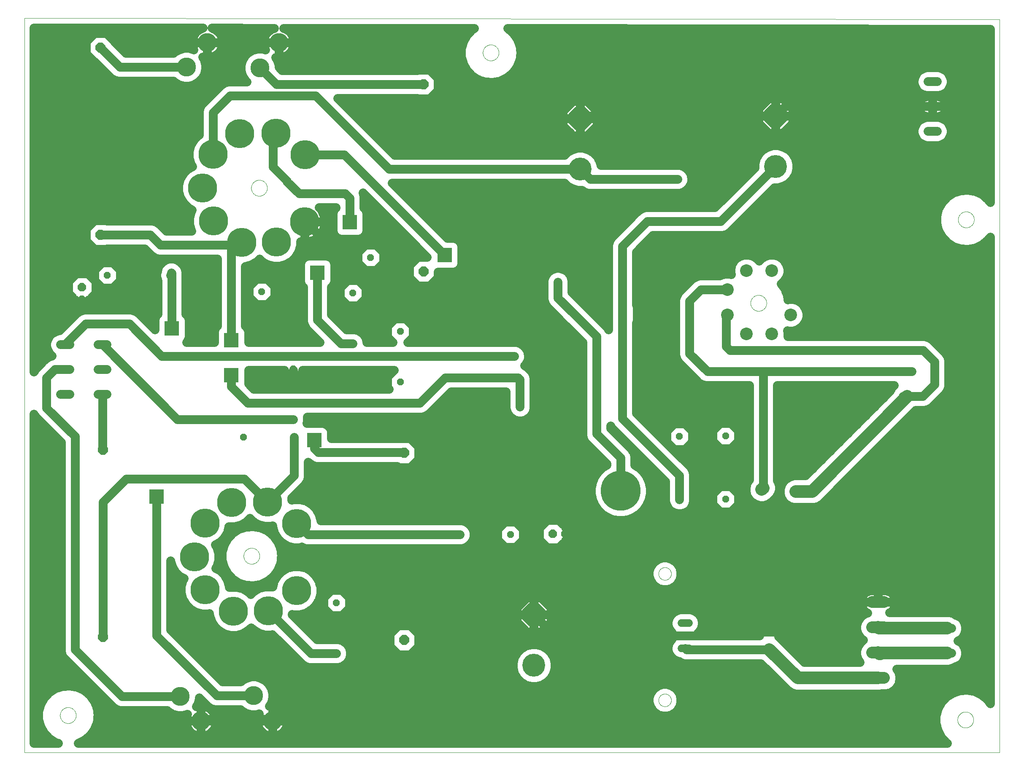
<source format=gbl>
G75*
%MOIN*%
%OFA0B0*%
%FSLAX25Y25*%
%IPPOS*%
%LPD*%
%AMOC8*
5,1,8,0,0,1.08239X$1,22.5*
%
%ADD10C,0.00000*%
%ADD11C,0.07050*%
%ADD12C,0.09450*%
%ADD13C,0.18100*%
%ADD14OC8,0.18100*%
%ADD15OC8,0.05600*%
%ADD16OC8,0.06300*%
%ADD17C,0.06300*%
%ADD18OC8,0.07800*%
%ADD19C,0.06000*%
%ADD20OC8,0.06600*%
%ADD21OC8,0.05200*%
%ADD22C,0.07087*%
%ADD23C,0.10000*%
%ADD24C,0.23000*%
%ADD25C,0.15000*%
%ADD26C,0.31496*%
%ADD27C,0.07000*%
%ADD28C,0.10000*%
%ADD29R,0.11811X0.11811*%
D10*
X0171672Y0029156D02*
X0171672Y0609857D01*
X0942093Y0608857D01*
X0942093Y0029156D01*
X0171672Y0029156D01*
X0199873Y0058656D02*
X0199875Y0058814D01*
X0199881Y0058972D01*
X0199891Y0059130D01*
X0199905Y0059288D01*
X0199923Y0059445D01*
X0199944Y0059602D01*
X0199970Y0059758D01*
X0200000Y0059914D01*
X0200033Y0060069D01*
X0200071Y0060222D01*
X0200112Y0060375D01*
X0200157Y0060527D01*
X0200206Y0060678D01*
X0200259Y0060827D01*
X0200315Y0060975D01*
X0200375Y0061121D01*
X0200439Y0061266D01*
X0200507Y0061409D01*
X0200578Y0061551D01*
X0200652Y0061691D01*
X0200730Y0061828D01*
X0200812Y0061964D01*
X0200896Y0062098D01*
X0200985Y0062229D01*
X0201076Y0062358D01*
X0201171Y0062485D01*
X0201268Y0062610D01*
X0201369Y0062732D01*
X0201473Y0062851D01*
X0201580Y0062968D01*
X0201690Y0063082D01*
X0201803Y0063193D01*
X0201918Y0063302D01*
X0202036Y0063407D01*
X0202157Y0063509D01*
X0202280Y0063609D01*
X0202406Y0063705D01*
X0202534Y0063798D01*
X0202664Y0063888D01*
X0202797Y0063974D01*
X0202932Y0064058D01*
X0203068Y0064137D01*
X0203207Y0064214D01*
X0203348Y0064286D01*
X0203490Y0064356D01*
X0203634Y0064421D01*
X0203780Y0064483D01*
X0203927Y0064541D01*
X0204076Y0064596D01*
X0204226Y0064647D01*
X0204377Y0064694D01*
X0204529Y0064737D01*
X0204682Y0064776D01*
X0204837Y0064812D01*
X0204992Y0064843D01*
X0205148Y0064871D01*
X0205304Y0064895D01*
X0205461Y0064915D01*
X0205619Y0064931D01*
X0205776Y0064943D01*
X0205935Y0064951D01*
X0206093Y0064955D01*
X0206251Y0064955D01*
X0206409Y0064951D01*
X0206568Y0064943D01*
X0206725Y0064931D01*
X0206883Y0064915D01*
X0207040Y0064895D01*
X0207196Y0064871D01*
X0207352Y0064843D01*
X0207507Y0064812D01*
X0207662Y0064776D01*
X0207815Y0064737D01*
X0207967Y0064694D01*
X0208118Y0064647D01*
X0208268Y0064596D01*
X0208417Y0064541D01*
X0208564Y0064483D01*
X0208710Y0064421D01*
X0208854Y0064356D01*
X0208996Y0064286D01*
X0209137Y0064214D01*
X0209276Y0064137D01*
X0209412Y0064058D01*
X0209547Y0063974D01*
X0209680Y0063888D01*
X0209810Y0063798D01*
X0209938Y0063705D01*
X0210064Y0063609D01*
X0210187Y0063509D01*
X0210308Y0063407D01*
X0210426Y0063302D01*
X0210541Y0063193D01*
X0210654Y0063082D01*
X0210764Y0062968D01*
X0210871Y0062851D01*
X0210975Y0062732D01*
X0211076Y0062610D01*
X0211173Y0062485D01*
X0211268Y0062358D01*
X0211359Y0062229D01*
X0211448Y0062098D01*
X0211532Y0061964D01*
X0211614Y0061828D01*
X0211692Y0061691D01*
X0211766Y0061551D01*
X0211837Y0061409D01*
X0211905Y0061266D01*
X0211969Y0061121D01*
X0212029Y0060975D01*
X0212085Y0060827D01*
X0212138Y0060678D01*
X0212187Y0060527D01*
X0212232Y0060375D01*
X0212273Y0060222D01*
X0212311Y0060069D01*
X0212344Y0059914D01*
X0212374Y0059758D01*
X0212400Y0059602D01*
X0212421Y0059445D01*
X0212439Y0059288D01*
X0212453Y0059130D01*
X0212463Y0058972D01*
X0212469Y0058814D01*
X0212471Y0058656D01*
X0212469Y0058498D01*
X0212463Y0058340D01*
X0212453Y0058182D01*
X0212439Y0058024D01*
X0212421Y0057867D01*
X0212400Y0057710D01*
X0212374Y0057554D01*
X0212344Y0057398D01*
X0212311Y0057243D01*
X0212273Y0057090D01*
X0212232Y0056937D01*
X0212187Y0056785D01*
X0212138Y0056634D01*
X0212085Y0056485D01*
X0212029Y0056337D01*
X0211969Y0056191D01*
X0211905Y0056046D01*
X0211837Y0055903D01*
X0211766Y0055761D01*
X0211692Y0055621D01*
X0211614Y0055484D01*
X0211532Y0055348D01*
X0211448Y0055214D01*
X0211359Y0055083D01*
X0211268Y0054954D01*
X0211173Y0054827D01*
X0211076Y0054702D01*
X0210975Y0054580D01*
X0210871Y0054461D01*
X0210764Y0054344D01*
X0210654Y0054230D01*
X0210541Y0054119D01*
X0210426Y0054010D01*
X0210308Y0053905D01*
X0210187Y0053803D01*
X0210064Y0053703D01*
X0209938Y0053607D01*
X0209810Y0053514D01*
X0209680Y0053424D01*
X0209547Y0053338D01*
X0209412Y0053254D01*
X0209276Y0053175D01*
X0209137Y0053098D01*
X0208996Y0053026D01*
X0208854Y0052956D01*
X0208710Y0052891D01*
X0208564Y0052829D01*
X0208417Y0052771D01*
X0208268Y0052716D01*
X0208118Y0052665D01*
X0207967Y0052618D01*
X0207815Y0052575D01*
X0207662Y0052536D01*
X0207507Y0052500D01*
X0207352Y0052469D01*
X0207196Y0052441D01*
X0207040Y0052417D01*
X0206883Y0052397D01*
X0206725Y0052381D01*
X0206568Y0052369D01*
X0206409Y0052361D01*
X0206251Y0052357D01*
X0206093Y0052357D01*
X0205935Y0052361D01*
X0205776Y0052369D01*
X0205619Y0052381D01*
X0205461Y0052397D01*
X0205304Y0052417D01*
X0205148Y0052441D01*
X0204992Y0052469D01*
X0204837Y0052500D01*
X0204682Y0052536D01*
X0204529Y0052575D01*
X0204377Y0052618D01*
X0204226Y0052665D01*
X0204076Y0052716D01*
X0203927Y0052771D01*
X0203780Y0052829D01*
X0203634Y0052891D01*
X0203490Y0052956D01*
X0203348Y0053026D01*
X0203207Y0053098D01*
X0203068Y0053175D01*
X0202932Y0053254D01*
X0202797Y0053338D01*
X0202664Y0053424D01*
X0202534Y0053514D01*
X0202406Y0053607D01*
X0202280Y0053703D01*
X0202157Y0053803D01*
X0202036Y0053905D01*
X0201918Y0054010D01*
X0201803Y0054119D01*
X0201690Y0054230D01*
X0201580Y0054344D01*
X0201473Y0054461D01*
X0201369Y0054580D01*
X0201268Y0054702D01*
X0201171Y0054827D01*
X0201076Y0054954D01*
X0200985Y0055083D01*
X0200896Y0055214D01*
X0200812Y0055348D01*
X0200730Y0055484D01*
X0200652Y0055621D01*
X0200578Y0055761D01*
X0200507Y0055903D01*
X0200439Y0056046D01*
X0200375Y0056191D01*
X0200315Y0056337D01*
X0200259Y0056485D01*
X0200206Y0056634D01*
X0200157Y0056785D01*
X0200112Y0056937D01*
X0200071Y0057090D01*
X0200033Y0057243D01*
X0200000Y0057398D01*
X0199970Y0057554D01*
X0199944Y0057710D01*
X0199923Y0057867D01*
X0199905Y0058024D01*
X0199891Y0058182D01*
X0199881Y0058340D01*
X0199875Y0058498D01*
X0199873Y0058656D01*
X0344873Y0184656D02*
X0344875Y0184814D01*
X0344881Y0184972D01*
X0344891Y0185130D01*
X0344905Y0185288D01*
X0344923Y0185445D01*
X0344944Y0185602D01*
X0344970Y0185758D01*
X0345000Y0185914D01*
X0345033Y0186069D01*
X0345071Y0186222D01*
X0345112Y0186375D01*
X0345157Y0186527D01*
X0345206Y0186678D01*
X0345259Y0186827D01*
X0345315Y0186975D01*
X0345375Y0187121D01*
X0345439Y0187266D01*
X0345507Y0187409D01*
X0345578Y0187551D01*
X0345652Y0187691D01*
X0345730Y0187828D01*
X0345812Y0187964D01*
X0345896Y0188098D01*
X0345985Y0188229D01*
X0346076Y0188358D01*
X0346171Y0188485D01*
X0346268Y0188610D01*
X0346369Y0188732D01*
X0346473Y0188851D01*
X0346580Y0188968D01*
X0346690Y0189082D01*
X0346803Y0189193D01*
X0346918Y0189302D01*
X0347036Y0189407D01*
X0347157Y0189509D01*
X0347280Y0189609D01*
X0347406Y0189705D01*
X0347534Y0189798D01*
X0347664Y0189888D01*
X0347797Y0189974D01*
X0347932Y0190058D01*
X0348068Y0190137D01*
X0348207Y0190214D01*
X0348348Y0190286D01*
X0348490Y0190356D01*
X0348634Y0190421D01*
X0348780Y0190483D01*
X0348927Y0190541D01*
X0349076Y0190596D01*
X0349226Y0190647D01*
X0349377Y0190694D01*
X0349529Y0190737D01*
X0349682Y0190776D01*
X0349837Y0190812D01*
X0349992Y0190843D01*
X0350148Y0190871D01*
X0350304Y0190895D01*
X0350461Y0190915D01*
X0350619Y0190931D01*
X0350776Y0190943D01*
X0350935Y0190951D01*
X0351093Y0190955D01*
X0351251Y0190955D01*
X0351409Y0190951D01*
X0351568Y0190943D01*
X0351725Y0190931D01*
X0351883Y0190915D01*
X0352040Y0190895D01*
X0352196Y0190871D01*
X0352352Y0190843D01*
X0352507Y0190812D01*
X0352662Y0190776D01*
X0352815Y0190737D01*
X0352967Y0190694D01*
X0353118Y0190647D01*
X0353268Y0190596D01*
X0353417Y0190541D01*
X0353564Y0190483D01*
X0353710Y0190421D01*
X0353854Y0190356D01*
X0353996Y0190286D01*
X0354137Y0190214D01*
X0354276Y0190137D01*
X0354412Y0190058D01*
X0354547Y0189974D01*
X0354680Y0189888D01*
X0354810Y0189798D01*
X0354938Y0189705D01*
X0355064Y0189609D01*
X0355187Y0189509D01*
X0355308Y0189407D01*
X0355426Y0189302D01*
X0355541Y0189193D01*
X0355654Y0189082D01*
X0355764Y0188968D01*
X0355871Y0188851D01*
X0355975Y0188732D01*
X0356076Y0188610D01*
X0356173Y0188485D01*
X0356268Y0188358D01*
X0356359Y0188229D01*
X0356448Y0188098D01*
X0356532Y0187964D01*
X0356614Y0187828D01*
X0356692Y0187691D01*
X0356766Y0187551D01*
X0356837Y0187409D01*
X0356905Y0187266D01*
X0356969Y0187121D01*
X0357029Y0186975D01*
X0357085Y0186827D01*
X0357138Y0186678D01*
X0357187Y0186527D01*
X0357232Y0186375D01*
X0357273Y0186222D01*
X0357311Y0186069D01*
X0357344Y0185914D01*
X0357374Y0185758D01*
X0357400Y0185602D01*
X0357421Y0185445D01*
X0357439Y0185288D01*
X0357453Y0185130D01*
X0357463Y0184972D01*
X0357469Y0184814D01*
X0357471Y0184656D01*
X0357469Y0184498D01*
X0357463Y0184340D01*
X0357453Y0184182D01*
X0357439Y0184024D01*
X0357421Y0183867D01*
X0357400Y0183710D01*
X0357374Y0183554D01*
X0357344Y0183398D01*
X0357311Y0183243D01*
X0357273Y0183090D01*
X0357232Y0182937D01*
X0357187Y0182785D01*
X0357138Y0182634D01*
X0357085Y0182485D01*
X0357029Y0182337D01*
X0356969Y0182191D01*
X0356905Y0182046D01*
X0356837Y0181903D01*
X0356766Y0181761D01*
X0356692Y0181621D01*
X0356614Y0181484D01*
X0356532Y0181348D01*
X0356448Y0181214D01*
X0356359Y0181083D01*
X0356268Y0180954D01*
X0356173Y0180827D01*
X0356076Y0180702D01*
X0355975Y0180580D01*
X0355871Y0180461D01*
X0355764Y0180344D01*
X0355654Y0180230D01*
X0355541Y0180119D01*
X0355426Y0180010D01*
X0355308Y0179905D01*
X0355187Y0179803D01*
X0355064Y0179703D01*
X0354938Y0179607D01*
X0354810Y0179514D01*
X0354680Y0179424D01*
X0354547Y0179338D01*
X0354412Y0179254D01*
X0354276Y0179175D01*
X0354137Y0179098D01*
X0353996Y0179026D01*
X0353854Y0178956D01*
X0353710Y0178891D01*
X0353564Y0178829D01*
X0353417Y0178771D01*
X0353268Y0178716D01*
X0353118Y0178665D01*
X0352967Y0178618D01*
X0352815Y0178575D01*
X0352662Y0178536D01*
X0352507Y0178500D01*
X0352352Y0178469D01*
X0352196Y0178441D01*
X0352040Y0178417D01*
X0351883Y0178397D01*
X0351725Y0178381D01*
X0351568Y0178369D01*
X0351409Y0178361D01*
X0351251Y0178357D01*
X0351093Y0178357D01*
X0350935Y0178361D01*
X0350776Y0178369D01*
X0350619Y0178381D01*
X0350461Y0178397D01*
X0350304Y0178417D01*
X0350148Y0178441D01*
X0349992Y0178469D01*
X0349837Y0178500D01*
X0349682Y0178536D01*
X0349529Y0178575D01*
X0349377Y0178618D01*
X0349226Y0178665D01*
X0349076Y0178716D01*
X0348927Y0178771D01*
X0348780Y0178829D01*
X0348634Y0178891D01*
X0348490Y0178956D01*
X0348348Y0179026D01*
X0348207Y0179098D01*
X0348068Y0179175D01*
X0347932Y0179254D01*
X0347797Y0179338D01*
X0347664Y0179424D01*
X0347534Y0179514D01*
X0347406Y0179607D01*
X0347280Y0179703D01*
X0347157Y0179803D01*
X0347036Y0179905D01*
X0346918Y0180010D01*
X0346803Y0180119D01*
X0346690Y0180230D01*
X0346580Y0180344D01*
X0346473Y0180461D01*
X0346369Y0180580D01*
X0346268Y0180702D01*
X0346171Y0180827D01*
X0346076Y0180954D01*
X0345985Y0181083D01*
X0345896Y0181214D01*
X0345812Y0181348D01*
X0345730Y0181484D01*
X0345652Y0181621D01*
X0345578Y0181761D01*
X0345507Y0181903D01*
X0345439Y0182046D01*
X0345375Y0182191D01*
X0345315Y0182337D01*
X0345259Y0182485D01*
X0345206Y0182634D01*
X0345157Y0182785D01*
X0345112Y0182937D01*
X0345071Y0183090D01*
X0345033Y0183243D01*
X0345000Y0183398D01*
X0344970Y0183554D01*
X0344944Y0183710D01*
X0344923Y0183867D01*
X0344905Y0184024D01*
X0344891Y0184182D01*
X0344881Y0184340D01*
X0344875Y0184498D01*
X0344873Y0184656D01*
X0672672Y0170656D02*
X0672674Y0170797D01*
X0672680Y0170938D01*
X0672690Y0171078D01*
X0672704Y0171218D01*
X0672722Y0171358D01*
X0672743Y0171497D01*
X0672769Y0171636D01*
X0672798Y0171774D01*
X0672832Y0171910D01*
X0672869Y0172046D01*
X0672910Y0172181D01*
X0672955Y0172315D01*
X0673004Y0172447D01*
X0673056Y0172578D01*
X0673112Y0172707D01*
X0673172Y0172834D01*
X0673235Y0172960D01*
X0673301Y0173084D01*
X0673372Y0173207D01*
X0673445Y0173327D01*
X0673522Y0173445D01*
X0673602Y0173561D01*
X0673686Y0173674D01*
X0673772Y0173785D01*
X0673862Y0173894D01*
X0673955Y0174000D01*
X0674050Y0174103D01*
X0674149Y0174204D01*
X0674250Y0174302D01*
X0674354Y0174397D01*
X0674461Y0174489D01*
X0674570Y0174578D01*
X0674682Y0174663D01*
X0674796Y0174746D01*
X0674912Y0174826D01*
X0675031Y0174902D01*
X0675152Y0174974D01*
X0675274Y0175044D01*
X0675399Y0175109D01*
X0675525Y0175172D01*
X0675653Y0175230D01*
X0675783Y0175285D01*
X0675914Y0175337D01*
X0676047Y0175384D01*
X0676181Y0175428D01*
X0676316Y0175469D01*
X0676452Y0175505D01*
X0676589Y0175537D01*
X0676727Y0175566D01*
X0676865Y0175591D01*
X0677005Y0175611D01*
X0677145Y0175628D01*
X0677285Y0175641D01*
X0677426Y0175650D01*
X0677566Y0175655D01*
X0677707Y0175656D01*
X0677848Y0175653D01*
X0677989Y0175646D01*
X0678129Y0175635D01*
X0678269Y0175620D01*
X0678409Y0175601D01*
X0678548Y0175579D01*
X0678686Y0175552D01*
X0678824Y0175522D01*
X0678960Y0175487D01*
X0679096Y0175449D01*
X0679230Y0175407D01*
X0679364Y0175361D01*
X0679496Y0175312D01*
X0679626Y0175258D01*
X0679755Y0175201D01*
X0679882Y0175141D01*
X0680008Y0175077D01*
X0680131Y0175009D01*
X0680253Y0174938D01*
X0680373Y0174864D01*
X0680490Y0174786D01*
X0680605Y0174705D01*
X0680718Y0174621D01*
X0680829Y0174534D01*
X0680937Y0174443D01*
X0681042Y0174350D01*
X0681145Y0174253D01*
X0681245Y0174154D01*
X0681342Y0174052D01*
X0681436Y0173947D01*
X0681527Y0173840D01*
X0681615Y0173730D01*
X0681700Y0173618D01*
X0681782Y0173503D01*
X0681861Y0173386D01*
X0681936Y0173267D01*
X0682008Y0173146D01*
X0682076Y0173023D01*
X0682141Y0172898D01*
X0682203Y0172771D01*
X0682260Y0172642D01*
X0682315Y0172512D01*
X0682365Y0172381D01*
X0682412Y0172248D01*
X0682455Y0172114D01*
X0682494Y0171978D01*
X0682529Y0171842D01*
X0682561Y0171705D01*
X0682588Y0171567D01*
X0682612Y0171428D01*
X0682632Y0171288D01*
X0682648Y0171148D01*
X0682660Y0171008D01*
X0682668Y0170867D01*
X0682672Y0170726D01*
X0682672Y0170586D01*
X0682668Y0170445D01*
X0682660Y0170304D01*
X0682648Y0170164D01*
X0682632Y0170024D01*
X0682612Y0169884D01*
X0682588Y0169745D01*
X0682561Y0169607D01*
X0682529Y0169470D01*
X0682494Y0169334D01*
X0682455Y0169198D01*
X0682412Y0169064D01*
X0682365Y0168931D01*
X0682315Y0168800D01*
X0682260Y0168670D01*
X0682203Y0168541D01*
X0682141Y0168414D01*
X0682076Y0168289D01*
X0682008Y0168166D01*
X0681936Y0168045D01*
X0681861Y0167926D01*
X0681782Y0167809D01*
X0681700Y0167694D01*
X0681615Y0167582D01*
X0681527Y0167472D01*
X0681436Y0167365D01*
X0681342Y0167260D01*
X0681245Y0167158D01*
X0681145Y0167059D01*
X0681042Y0166962D01*
X0680937Y0166869D01*
X0680829Y0166778D01*
X0680718Y0166691D01*
X0680605Y0166607D01*
X0680490Y0166526D01*
X0680373Y0166448D01*
X0680253Y0166374D01*
X0680131Y0166303D01*
X0680008Y0166235D01*
X0679882Y0166171D01*
X0679755Y0166111D01*
X0679626Y0166054D01*
X0679496Y0166000D01*
X0679364Y0165951D01*
X0679230Y0165905D01*
X0679096Y0165863D01*
X0678960Y0165825D01*
X0678824Y0165790D01*
X0678686Y0165760D01*
X0678548Y0165733D01*
X0678409Y0165711D01*
X0678269Y0165692D01*
X0678129Y0165677D01*
X0677989Y0165666D01*
X0677848Y0165659D01*
X0677707Y0165656D01*
X0677566Y0165657D01*
X0677426Y0165662D01*
X0677285Y0165671D01*
X0677145Y0165684D01*
X0677005Y0165701D01*
X0676865Y0165721D01*
X0676727Y0165746D01*
X0676589Y0165775D01*
X0676452Y0165807D01*
X0676316Y0165843D01*
X0676181Y0165884D01*
X0676047Y0165928D01*
X0675914Y0165975D01*
X0675783Y0166027D01*
X0675653Y0166082D01*
X0675525Y0166140D01*
X0675399Y0166203D01*
X0675274Y0166268D01*
X0675152Y0166338D01*
X0675031Y0166410D01*
X0674912Y0166486D01*
X0674796Y0166566D01*
X0674682Y0166649D01*
X0674570Y0166734D01*
X0674461Y0166823D01*
X0674354Y0166915D01*
X0674250Y0167010D01*
X0674149Y0167108D01*
X0674050Y0167209D01*
X0673955Y0167312D01*
X0673862Y0167418D01*
X0673772Y0167527D01*
X0673686Y0167638D01*
X0673602Y0167751D01*
X0673522Y0167867D01*
X0673445Y0167985D01*
X0673372Y0168105D01*
X0673301Y0168228D01*
X0673235Y0168352D01*
X0673172Y0168478D01*
X0673112Y0168605D01*
X0673056Y0168734D01*
X0673004Y0168865D01*
X0672955Y0168997D01*
X0672910Y0169131D01*
X0672869Y0169266D01*
X0672832Y0169402D01*
X0672798Y0169538D01*
X0672769Y0169676D01*
X0672743Y0169815D01*
X0672722Y0169954D01*
X0672704Y0170094D01*
X0672690Y0170234D01*
X0672680Y0170374D01*
X0672674Y0170515D01*
X0672672Y0170656D01*
X0672672Y0070656D02*
X0672674Y0070797D01*
X0672680Y0070938D01*
X0672690Y0071078D01*
X0672704Y0071218D01*
X0672722Y0071358D01*
X0672743Y0071497D01*
X0672769Y0071636D01*
X0672798Y0071774D01*
X0672832Y0071910D01*
X0672869Y0072046D01*
X0672910Y0072181D01*
X0672955Y0072315D01*
X0673004Y0072447D01*
X0673056Y0072578D01*
X0673112Y0072707D01*
X0673172Y0072834D01*
X0673235Y0072960D01*
X0673301Y0073084D01*
X0673372Y0073207D01*
X0673445Y0073327D01*
X0673522Y0073445D01*
X0673602Y0073561D01*
X0673686Y0073674D01*
X0673772Y0073785D01*
X0673862Y0073894D01*
X0673955Y0074000D01*
X0674050Y0074103D01*
X0674149Y0074204D01*
X0674250Y0074302D01*
X0674354Y0074397D01*
X0674461Y0074489D01*
X0674570Y0074578D01*
X0674682Y0074663D01*
X0674796Y0074746D01*
X0674912Y0074826D01*
X0675031Y0074902D01*
X0675152Y0074974D01*
X0675274Y0075044D01*
X0675399Y0075109D01*
X0675525Y0075172D01*
X0675653Y0075230D01*
X0675783Y0075285D01*
X0675914Y0075337D01*
X0676047Y0075384D01*
X0676181Y0075428D01*
X0676316Y0075469D01*
X0676452Y0075505D01*
X0676589Y0075537D01*
X0676727Y0075566D01*
X0676865Y0075591D01*
X0677005Y0075611D01*
X0677145Y0075628D01*
X0677285Y0075641D01*
X0677426Y0075650D01*
X0677566Y0075655D01*
X0677707Y0075656D01*
X0677848Y0075653D01*
X0677989Y0075646D01*
X0678129Y0075635D01*
X0678269Y0075620D01*
X0678409Y0075601D01*
X0678548Y0075579D01*
X0678686Y0075552D01*
X0678824Y0075522D01*
X0678960Y0075487D01*
X0679096Y0075449D01*
X0679230Y0075407D01*
X0679364Y0075361D01*
X0679496Y0075312D01*
X0679626Y0075258D01*
X0679755Y0075201D01*
X0679882Y0075141D01*
X0680008Y0075077D01*
X0680131Y0075009D01*
X0680253Y0074938D01*
X0680373Y0074864D01*
X0680490Y0074786D01*
X0680605Y0074705D01*
X0680718Y0074621D01*
X0680829Y0074534D01*
X0680937Y0074443D01*
X0681042Y0074350D01*
X0681145Y0074253D01*
X0681245Y0074154D01*
X0681342Y0074052D01*
X0681436Y0073947D01*
X0681527Y0073840D01*
X0681615Y0073730D01*
X0681700Y0073618D01*
X0681782Y0073503D01*
X0681861Y0073386D01*
X0681936Y0073267D01*
X0682008Y0073146D01*
X0682076Y0073023D01*
X0682141Y0072898D01*
X0682203Y0072771D01*
X0682260Y0072642D01*
X0682315Y0072512D01*
X0682365Y0072381D01*
X0682412Y0072248D01*
X0682455Y0072114D01*
X0682494Y0071978D01*
X0682529Y0071842D01*
X0682561Y0071705D01*
X0682588Y0071567D01*
X0682612Y0071428D01*
X0682632Y0071288D01*
X0682648Y0071148D01*
X0682660Y0071008D01*
X0682668Y0070867D01*
X0682672Y0070726D01*
X0682672Y0070586D01*
X0682668Y0070445D01*
X0682660Y0070304D01*
X0682648Y0070164D01*
X0682632Y0070024D01*
X0682612Y0069884D01*
X0682588Y0069745D01*
X0682561Y0069607D01*
X0682529Y0069470D01*
X0682494Y0069334D01*
X0682455Y0069198D01*
X0682412Y0069064D01*
X0682365Y0068931D01*
X0682315Y0068800D01*
X0682260Y0068670D01*
X0682203Y0068541D01*
X0682141Y0068414D01*
X0682076Y0068289D01*
X0682008Y0068166D01*
X0681936Y0068045D01*
X0681861Y0067926D01*
X0681782Y0067809D01*
X0681700Y0067694D01*
X0681615Y0067582D01*
X0681527Y0067472D01*
X0681436Y0067365D01*
X0681342Y0067260D01*
X0681245Y0067158D01*
X0681145Y0067059D01*
X0681042Y0066962D01*
X0680937Y0066869D01*
X0680829Y0066778D01*
X0680718Y0066691D01*
X0680605Y0066607D01*
X0680490Y0066526D01*
X0680373Y0066448D01*
X0680253Y0066374D01*
X0680131Y0066303D01*
X0680008Y0066235D01*
X0679882Y0066171D01*
X0679755Y0066111D01*
X0679626Y0066054D01*
X0679496Y0066000D01*
X0679364Y0065951D01*
X0679230Y0065905D01*
X0679096Y0065863D01*
X0678960Y0065825D01*
X0678824Y0065790D01*
X0678686Y0065760D01*
X0678548Y0065733D01*
X0678409Y0065711D01*
X0678269Y0065692D01*
X0678129Y0065677D01*
X0677989Y0065666D01*
X0677848Y0065659D01*
X0677707Y0065656D01*
X0677566Y0065657D01*
X0677426Y0065662D01*
X0677285Y0065671D01*
X0677145Y0065684D01*
X0677005Y0065701D01*
X0676865Y0065721D01*
X0676727Y0065746D01*
X0676589Y0065775D01*
X0676452Y0065807D01*
X0676316Y0065843D01*
X0676181Y0065884D01*
X0676047Y0065928D01*
X0675914Y0065975D01*
X0675783Y0066027D01*
X0675653Y0066082D01*
X0675525Y0066140D01*
X0675399Y0066203D01*
X0675274Y0066268D01*
X0675152Y0066338D01*
X0675031Y0066410D01*
X0674912Y0066486D01*
X0674796Y0066566D01*
X0674682Y0066649D01*
X0674570Y0066734D01*
X0674461Y0066823D01*
X0674354Y0066915D01*
X0674250Y0067010D01*
X0674149Y0067108D01*
X0674050Y0067209D01*
X0673955Y0067312D01*
X0673862Y0067418D01*
X0673772Y0067527D01*
X0673686Y0067638D01*
X0673602Y0067751D01*
X0673522Y0067867D01*
X0673445Y0067985D01*
X0673372Y0068105D01*
X0673301Y0068228D01*
X0673235Y0068352D01*
X0673172Y0068478D01*
X0673112Y0068605D01*
X0673056Y0068734D01*
X0673004Y0068865D01*
X0672955Y0068997D01*
X0672910Y0069131D01*
X0672869Y0069266D01*
X0672832Y0069402D01*
X0672798Y0069538D01*
X0672769Y0069676D01*
X0672743Y0069815D01*
X0672722Y0069954D01*
X0672704Y0070094D01*
X0672690Y0070234D01*
X0672680Y0070374D01*
X0672674Y0070515D01*
X0672672Y0070656D01*
X0908873Y0055156D02*
X0908875Y0055314D01*
X0908881Y0055472D01*
X0908891Y0055630D01*
X0908905Y0055788D01*
X0908923Y0055945D01*
X0908944Y0056102D01*
X0908970Y0056258D01*
X0909000Y0056414D01*
X0909033Y0056569D01*
X0909071Y0056722D01*
X0909112Y0056875D01*
X0909157Y0057027D01*
X0909206Y0057178D01*
X0909259Y0057327D01*
X0909315Y0057475D01*
X0909375Y0057621D01*
X0909439Y0057766D01*
X0909507Y0057909D01*
X0909578Y0058051D01*
X0909652Y0058191D01*
X0909730Y0058328D01*
X0909812Y0058464D01*
X0909896Y0058598D01*
X0909985Y0058729D01*
X0910076Y0058858D01*
X0910171Y0058985D01*
X0910268Y0059110D01*
X0910369Y0059232D01*
X0910473Y0059351D01*
X0910580Y0059468D01*
X0910690Y0059582D01*
X0910803Y0059693D01*
X0910918Y0059802D01*
X0911036Y0059907D01*
X0911157Y0060009D01*
X0911280Y0060109D01*
X0911406Y0060205D01*
X0911534Y0060298D01*
X0911664Y0060388D01*
X0911797Y0060474D01*
X0911932Y0060558D01*
X0912068Y0060637D01*
X0912207Y0060714D01*
X0912348Y0060786D01*
X0912490Y0060856D01*
X0912634Y0060921D01*
X0912780Y0060983D01*
X0912927Y0061041D01*
X0913076Y0061096D01*
X0913226Y0061147D01*
X0913377Y0061194D01*
X0913529Y0061237D01*
X0913682Y0061276D01*
X0913837Y0061312D01*
X0913992Y0061343D01*
X0914148Y0061371D01*
X0914304Y0061395D01*
X0914461Y0061415D01*
X0914619Y0061431D01*
X0914776Y0061443D01*
X0914935Y0061451D01*
X0915093Y0061455D01*
X0915251Y0061455D01*
X0915409Y0061451D01*
X0915568Y0061443D01*
X0915725Y0061431D01*
X0915883Y0061415D01*
X0916040Y0061395D01*
X0916196Y0061371D01*
X0916352Y0061343D01*
X0916507Y0061312D01*
X0916662Y0061276D01*
X0916815Y0061237D01*
X0916967Y0061194D01*
X0917118Y0061147D01*
X0917268Y0061096D01*
X0917417Y0061041D01*
X0917564Y0060983D01*
X0917710Y0060921D01*
X0917854Y0060856D01*
X0917996Y0060786D01*
X0918137Y0060714D01*
X0918276Y0060637D01*
X0918412Y0060558D01*
X0918547Y0060474D01*
X0918680Y0060388D01*
X0918810Y0060298D01*
X0918938Y0060205D01*
X0919064Y0060109D01*
X0919187Y0060009D01*
X0919308Y0059907D01*
X0919426Y0059802D01*
X0919541Y0059693D01*
X0919654Y0059582D01*
X0919764Y0059468D01*
X0919871Y0059351D01*
X0919975Y0059232D01*
X0920076Y0059110D01*
X0920173Y0058985D01*
X0920268Y0058858D01*
X0920359Y0058729D01*
X0920448Y0058598D01*
X0920532Y0058464D01*
X0920614Y0058328D01*
X0920692Y0058191D01*
X0920766Y0058051D01*
X0920837Y0057909D01*
X0920905Y0057766D01*
X0920969Y0057621D01*
X0921029Y0057475D01*
X0921085Y0057327D01*
X0921138Y0057178D01*
X0921187Y0057027D01*
X0921232Y0056875D01*
X0921273Y0056722D01*
X0921311Y0056569D01*
X0921344Y0056414D01*
X0921374Y0056258D01*
X0921400Y0056102D01*
X0921421Y0055945D01*
X0921439Y0055788D01*
X0921453Y0055630D01*
X0921463Y0055472D01*
X0921469Y0055314D01*
X0921471Y0055156D01*
X0921469Y0054998D01*
X0921463Y0054840D01*
X0921453Y0054682D01*
X0921439Y0054524D01*
X0921421Y0054367D01*
X0921400Y0054210D01*
X0921374Y0054054D01*
X0921344Y0053898D01*
X0921311Y0053743D01*
X0921273Y0053590D01*
X0921232Y0053437D01*
X0921187Y0053285D01*
X0921138Y0053134D01*
X0921085Y0052985D01*
X0921029Y0052837D01*
X0920969Y0052691D01*
X0920905Y0052546D01*
X0920837Y0052403D01*
X0920766Y0052261D01*
X0920692Y0052121D01*
X0920614Y0051984D01*
X0920532Y0051848D01*
X0920448Y0051714D01*
X0920359Y0051583D01*
X0920268Y0051454D01*
X0920173Y0051327D01*
X0920076Y0051202D01*
X0919975Y0051080D01*
X0919871Y0050961D01*
X0919764Y0050844D01*
X0919654Y0050730D01*
X0919541Y0050619D01*
X0919426Y0050510D01*
X0919308Y0050405D01*
X0919187Y0050303D01*
X0919064Y0050203D01*
X0918938Y0050107D01*
X0918810Y0050014D01*
X0918680Y0049924D01*
X0918547Y0049838D01*
X0918412Y0049754D01*
X0918276Y0049675D01*
X0918137Y0049598D01*
X0917996Y0049526D01*
X0917854Y0049456D01*
X0917710Y0049391D01*
X0917564Y0049329D01*
X0917417Y0049271D01*
X0917268Y0049216D01*
X0917118Y0049165D01*
X0916967Y0049118D01*
X0916815Y0049075D01*
X0916662Y0049036D01*
X0916507Y0049000D01*
X0916352Y0048969D01*
X0916196Y0048941D01*
X0916040Y0048917D01*
X0915883Y0048897D01*
X0915725Y0048881D01*
X0915568Y0048869D01*
X0915409Y0048861D01*
X0915251Y0048857D01*
X0915093Y0048857D01*
X0914935Y0048861D01*
X0914776Y0048869D01*
X0914619Y0048881D01*
X0914461Y0048897D01*
X0914304Y0048917D01*
X0914148Y0048941D01*
X0913992Y0048969D01*
X0913837Y0049000D01*
X0913682Y0049036D01*
X0913529Y0049075D01*
X0913377Y0049118D01*
X0913226Y0049165D01*
X0913076Y0049216D01*
X0912927Y0049271D01*
X0912780Y0049329D01*
X0912634Y0049391D01*
X0912490Y0049456D01*
X0912348Y0049526D01*
X0912207Y0049598D01*
X0912068Y0049675D01*
X0911932Y0049754D01*
X0911797Y0049838D01*
X0911664Y0049924D01*
X0911534Y0050014D01*
X0911406Y0050107D01*
X0911280Y0050203D01*
X0911157Y0050303D01*
X0911036Y0050405D01*
X0910918Y0050510D01*
X0910803Y0050619D01*
X0910690Y0050730D01*
X0910580Y0050844D01*
X0910473Y0050961D01*
X0910369Y0051080D01*
X0910268Y0051202D01*
X0910171Y0051327D01*
X0910076Y0051454D01*
X0909985Y0051583D01*
X0909896Y0051714D01*
X0909812Y0051848D01*
X0909730Y0051984D01*
X0909652Y0052121D01*
X0909578Y0052261D01*
X0909507Y0052403D01*
X0909439Y0052546D01*
X0909375Y0052691D01*
X0909315Y0052837D01*
X0909259Y0052985D01*
X0909206Y0053134D01*
X0909157Y0053285D01*
X0909112Y0053437D01*
X0909071Y0053590D01*
X0909033Y0053743D01*
X0909000Y0053898D01*
X0908970Y0054054D01*
X0908944Y0054210D01*
X0908923Y0054367D01*
X0908905Y0054524D01*
X0908891Y0054682D01*
X0908881Y0054840D01*
X0908875Y0054998D01*
X0908873Y0055156D01*
X0745373Y0384656D02*
X0745375Y0384814D01*
X0745381Y0384972D01*
X0745391Y0385130D01*
X0745405Y0385288D01*
X0745423Y0385445D01*
X0745444Y0385602D01*
X0745470Y0385758D01*
X0745500Y0385914D01*
X0745533Y0386069D01*
X0745571Y0386222D01*
X0745612Y0386375D01*
X0745657Y0386527D01*
X0745706Y0386678D01*
X0745759Y0386827D01*
X0745815Y0386975D01*
X0745875Y0387121D01*
X0745939Y0387266D01*
X0746007Y0387409D01*
X0746078Y0387551D01*
X0746152Y0387691D01*
X0746230Y0387828D01*
X0746312Y0387964D01*
X0746396Y0388098D01*
X0746485Y0388229D01*
X0746576Y0388358D01*
X0746671Y0388485D01*
X0746768Y0388610D01*
X0746869Y0388732D01*
X0746973Y0388851D01*
X0747080Y0388968D01*
X0747190Y0389082D01*
X0747303Y0389193D01*
X0747418Y0389302D01*
X0747536Y0389407D01*
X0747657Y0389509D01*
X0747780Y0389609D01*
X0747906Y0389705D01*
X0748034Y0389798D01*
X0748164Y0389888D01*
X0748297Y0389974D01*
X0748432Y0390058D01*
X0748568Y0390137D01*
X0748707Y0390214D01*
X0748848Y0390286D01*
X0748990Y0390356D01*
X0749134Y0390421D01*
X0749280Y0390483D01*
X0749427Y0390541D01*
X0749576Y0390596D01*
X0749726Y0390647D01*
X0749877Y0390694D01*
X0750029Y0390737D01*
X0750182Y0390776D01*
X0750337Y0390812D01*
X0750492Y0390843D01*
X0750648Y0390871D01*
X0750804Y0390895D01*
X0750961Y0390915D01*
X0751119Y0390931D01*
X0751276Y0390943D01*
X0751435Y0390951D01*
X0751593Y0390955D01*
X0751751Y0390955D01*
X0751909Y0390951D01*
X0752068Y0390943D01*
X0752225Y0390931D01*
X0752383Y0390915D01*
X0752540Y0390895D01*
X0752696Y0390871D01*
X0752852Y0390843D01*
X0753007Y0390812D01*
X0753162Y0390776D01*
X0753315Y0390737D01*
X0753467Y0390694D01*
X0753618Y0390647D01*
X0753768Y0390596D01*
X0753917Y0390541D01*
X0754064Y0390483D01*
X0754210Y0390421D01*
X0754354Y0390356D01*
X0754496Y0390286D01*
X0754637Y0390214D01*
X0754776Y0390137D01*
X0754912Y0390058D01*
X0755047Y0389974D01*
X0755180Y0389888D01*
X0755310Y0389798D01*
X0755438Y0389705D01*
X0755564Y0389609D01*
X0755687Y0389509D01*
X0755808Y0389407D01*
X0755926Y0389302D01*
X0756041Y0389193D01*
X0756154Y0389082D01*
X0756264Y0388968D01*
X0756371Y0388851D01*
X0756475Y0388732D01*
X0756576Y0388610D01*
X0756673Y0388485D01*
X0756768Y0388358D01*
X0756859Y0388229D01*
X0756948Y0388098D01*
X0757032Y0387964D01*
X0757114Y0387828D01*
X0757192Y0387691D01*
X0757266Y0387551D01*
X0757337Y0387409D01*
X0757405Y0387266D01*
X0757469Y0387121D01*
X0757529Y0386975D01*
X0757585Y0386827D01*
X0757638Y0386678D01*
X0757687Y0386527D01*
X0757732Y0386375D01*
X0757773Y0386222D01*
X0757811Y0386069D01*
X0757844Y0385914D01*
X0757874Y0385758D01*
X0757900Y0385602D01*
X0757921Y0385445D01*
X0757939Y0385288D01*
X0757953Y0385130D01*
X0757963Y0384972D01*
X0757969Y0384814D01*
X0757971Y0384656D01*
X0757969Y0384498D01*
X0757963Y0384340D01*
X0757953Y0384182D01*
X0757939Y0384024D01*
X0757921Y0383867D01*
X0757900Y0383710D01*
X0757874Y0383554D01*
X0757844Y0383398D01*
X0757811Y0383243D01*
X0757773Y0383090D01*
X0757732Y0382937D01*
X0757687Y0382785D01*
X0757638Y0382634D01*
X0757585Y0382485D01*
X0757529Y0382337D01*
X0757469Y0382191D01*
X0757405Y0382046D01*
X0757337Y0381903D01*
X0757266Y0381761D01*
X0757192Y0381621D01*
X0757114Y0381484D01*
X0757032Y0381348D01*
X0756948Y0381214D01*
X0756859Y0381083D01*
X0756768Y0380954D01*
X0756673Y0380827D01*
X0756576Y0380702D01*
X0756475Y0380580D01*
X0756371Y0380461D01*
X0756264Y0380344D01*
X0756154Y0380230D01*
X0756041Y0380119D01*
X0755926Y0380010D01*
X0755808Y0379905D01*
X0755687Y0379803D01*
X0755564Y0379703D01*
X0755438Y0379607D01*
X0755310Y0379514D01*
X0755180Y0379424D01*
X0755047Y0379338D01*
X0754912Y0379254D01*
X0754776Y0379175D01*
X0754637Y0379098D01*
X0754496Y0379026D01*
X0754354Y0378956D01*
X0754210Y0378891D01*
X0754064Y0378829D01*
X0753917Y0378771D01*
X0753768Y0378716D01*
X0753618Y0378665D01*
X0753467Y0378618D01*
X0753315Y0378575D01*
X0753162Y0378536D01*
X0753007Y0378500D01*
X0752852Y0378469D01*
X0752696Y0378441D01*
X0752540Y0378417D01*
X0752383Y0378397D01*
X0752225Y0378381D01*
X0752068Y0378369D01*
X0751909Y0378361D01*
X0751751Y0378357D01*
X0751593Y0378357D01*
X0751435Y0378361D01*
X0751276Y0378369D01*
X0751119Y0378381D01*
X0750961Y0378397D01*
X0750804Y0378417D01*
X0750648Y0378441D01*
X0750492Y0378469D01*
X0750337Y0378500D01*
X0750182Y0378536D01*
X0750029Y0378575D01*
X0749877Y0378618D01*
X0749726Y0378665D01*
X0749576Y0378716D01*
X0749427Y0378771D01*
X0749280Y0378829D01*
X0749134Y0378891D01*
X0748990Y0378956D01*
X0748848Y0379026D01*
X0748707Y0379098D01*
X0748568Y0379175D01*
X0748432Y0379254D01*
X0748297Y0379338D01*
X0748164Y0379424D01*
X0748034Y0379514D01*
X0747906Y0379607D01*
X0747780Y0379703D01*
X0747657Y0379803D01*
X0747536Y0379905D01*
X0747418Y0380010D01*
X0747303Y0380119D01*
X0747190Y0380230D01*
X0747080Y0380344D01*
X0746973Y0380461D01*
X0746869Y0380580D01*
X0746768Y0380702D01*
X0746671Y0380827D01*
X0746576Y0380954D01*
X0746485Y0381083D01*
X0746396Y0381214D01*
X0746312Y0381348D01*
X0746230Y0381484D01*
X0746152Y0381621D01*
X0746078Y0381761D01*
X0746007Y0381903D01*
X0745939Y0382046D01*
X0745875Y0382191D01*
X0745815Y0382337D01*
X0745759Y0382485D01*
X0745706Y0382634D01*
X0745657Y0382785D01*
X0745612Y0382937D01*
X0745571Y0383090D01*
X0745533Y0383243D01*
X0745500Y0383398D01*
X0745470Y0383554D01*
X0745444Y0383710D01*
X0745423Y0383867D01*
X0745405Y0384024D01*
X0745391Y0384182D01*
X0745381Y0384340D01*
X0745375Y0384498D01*
X0745373Y0384656D01*
X0765172Y0491656D02*
X0765172Y0492656D01*
X0909373Y0450656D02*
X0909375Y0450814D01*
X0909381Y0450972D01*
X0909391Y0451130D01*
X0909405Y0451288D01*
X0909423Y0451445D01*
X0909444Y0451602D01*
X0909470Y0451758D01*
X0909500Y0451914D01*
X0909533Y0452069D01*
X0909571Y0452222D01*
X0909612Y0452375D01*
X0909657Y0452527D01*
X0909706Y0452678D01*
X0909759Y0452827D01*
X0909815Y0452975D01*
X0909875Y0453121D01*
X0909939Y0453266D01*
X0910007Y0453409D01*
X0910078Y0453551D01*
X0910152Y0453691D01*
X0910230Y0453828D01*
X0910312Y0453964D01*
X0910396Y0454098D01*
X0910485Y0454229D01*
X0910576Y0454358D01*
X0910671Y0454485D01*
X0910768Y0454610D01*
X0910869Y0454732D01*
X0910973Y0454851D01*
X0911080Y0454968D01*
X0911190Y0455082D01*
X0911303Y0455193D01*
X0911418Y0455302D01*
X0911536Y0455407D01*
X0911657Y0455509D01*
X0911780Y0455609D01*
X0911906Y0455705D01*
X0912034Y0455798D01*
X0912164Y0455888D01*
X0912297Y0455974D01*
X0912432Y0456058D01*
X0912568Y0456137D01*
X0912707Y0456214D01*
X0912848Y0456286D01*
X0912990Y0456356D01*
X0913134Y0456421D01*
X0913280Y0456483D01*
X0913427Y0456541D01*
X0913576Y0456596D01*
X0913726Y0456647D01*
X0913877Y0456694D01*
X0914029Y0456737D01*
X0914182Y0456776D01*
X0914337Y0456812D01*
X0914492Y0456843D01*
X0914648Y0456871D01*
X0914804Y0456895D01*
X0914961Y0456915D01*
X0915119Y0456931D01*
X0915276Y0456943D01*
X0915435Y0456951D01*
X0915593Y0456955D01*
X0915751Y0456955D01*
X0915909Y0456951D01*
X0916068Y0456943D01*
X0916225Y0456931D01*
X0916383Y0456915D01*
X0916540Y0456895D01*
X0916696Y0456871D01*
X0916852Y0456843D01*
X0917007Y0456812D01*
X0917162Y0456776D01*
X0917315Y0456737D01*
X0917467Y0456694D01*
X0917618Y0456647D01*
X0917768Y0456596D01*
X0917917Y0456541D01*
X0918064Y0456483D01*
X0918210Y0456421D01*
X0918354Y0456356D01*
X0918496Y0456286D01*
X0918637Y0456214D01*
X0918776Y0456137D01*
X0918912Y0456058D01*
X0919047Y0455974D01*
X0919180Y0455888D01*
X0919310Y0455798D01*
X0919438Y0455705D01*
X0919564Y0455609D01*
X0919687Y0455509D01*
X0919808Y0455407D01*
X0919926Y0455302D01*
X0920041Y0455193D01*
X0920154Y0455082D01*
X0920264Y0454968D01*
X0920371Y0454851D01*
X0920475Y0454732D01*
X0920576Y0454610D01*
X0920673Y0454485D01*
X0920768Y0454358D01*
X0920859Y0454229D01*
X0920948Y0454098D01*
X0921032Y0453964D01*
X0921114Y0453828D01*
X0921192Y0453691D01*
X0921266Y0453551D01*
X0921337Y0453409D01*
X0921405Y0453266D01*
X0921469Y0453121D01*
X0921529Y0452975D01*
X0921585Y0452827D01*
X0921638Y0452678D01*
X0921687Y0452527D01*
X0921732Y0452375D01*
X0921773Y0452222D01*
X0921811Y0452069D01*
X0921844Y0451914D01*
X0921874Y0451758D01*
X0921900Y0451602D01*
X0921921Y0451445D01*
X0921939Y0451288D01*
X0921953Y0451130D01*
X0921963Y0450972D01*
X0921969Y0450814D01*
X0921971Y0450656D01*
X0921969Y0450498D01*
X0921963Y0450340D01*
X0921953Y0450182D01*
X0921939Y0450024D01*
X0921921Y0449867D01*
X0921900Y0449710D01*
X0921874Y0449554D01*
X0921844Y0449398D01*
X0921811Y0449243D01*
X0921773Y0449090D01*
X0921732Y0448937D01*
X0921687Y0448785D01*
X0921638Y0448634D01*
X0921585Y0448485D01*
X0921529Y0448337D01*
X0921469Y0448191D01*
X0921405Y0448046D01*
X0921337Y0447903D01*
X0921266Y0447761D01*
X0921192Y0447621D01*
X0921114Y0447484D01*
X0921032Y0447348D01*
X0920948Y0447214D01*
X0920859Y0447083D01*
X0920768Y0446954D01*
X0920673Y0446827D01*
X0920576Y0446702D01*
X0920475Y0446580D01*
X0920371Y0446461D01*
X0920264Y0446344D01*
X0920154Y0446230D01*
X0920041Y0446119D01*
X0919926Y0446010D01*
X0919808Y0445905D01*
X0919687Y0445803D01*
X0919564Y0445703D01*
X0919438Y0445607D01*
X0919310Y0445514D01*
X0919180Y0445424D01*
X0919047Y0445338D01*
X0918912Y0445254D01*
X0918776Y0445175D01*
X0918637Y0445098D01*
X0918496Y0445026D01*
X0918354Y0444956D01*
X0918210Y0444891D01*
X0918064Y0444829D01*
X0917917Y0444771D01*
X0917768Y0444716D01*
X0917618Y0444665D01*
X0917467Y0444618D01*
X0917315Y0444575D01*
X0917162Y0444536D01*
X0917007Y0444500D01*
X0916852Y0444469D01*
X0916696Y0444441D01*
X0916540Y0444417D01*
X0916383Y0444397D01*
X0916225Y0444381D01*
X0916068Y0444369D01*
X0915909Y0444361D01*
X0915751Y0444357D01*
X0915593Y0444357D01*
X0915435Y0444361D01*
X0915276Y0444369D01*
X0915119Y0444381D01*
X0914961Y0444397D01*
X0914804Y0444417D01*
X0914648Y0444441D01*
X0914492Y0444469D01*
X0914337Y0444500D01*
X0914182Y0444536D01*
X0914029Y0444575D01*
X0913877Y0444618D01*
X0913726Y0444665D01*
X0913576Y0444716D01*
X0913427Y0444771D01*
X0913280Y0444829D01*
X0913134Y0444891D01*
X0912990Y0444956D01*
X0912848Y0445026D01*
X0912707Y0445098D01*
X0912568Y0445175D01*
X0912432Y0445254D01*
X0912297Y0445338D01*
X0912164Y0445424D01*
X0912034Y0445514D01*
X0911906Y0445607D01*
X0911780Y0445703D01*
X0911657Y0445803D01*
X0911536Y0445905D01*
X0911418Y0446010D01*
X0911303Y0446119D01*
X0911190Y0446230D01*
X0911080Y0446344D01*
X0910973Y0446461D01*
X0910869Y0446580D01*
X0910768Y0446702D01*
X0910671Y0446827D01*
X0910576Y0446954D01*
X0910485Y0447083D01*
X0910396Y0447214D01*
X0910312Y0447348D01*
X0910230Y0447484D01*
X0910152Y0447621D01*
X0910078Y0447761D01*
X0910007Y0447903D01*
X0909939Y0448046D01*
X0909875Y0448191D01*
X0909815Y0448337D01*
X0909759Y0448485D01*
X0909706Y0448634D01*
X0909657Y0448785D01*
X0909612Y0448937D01*
X0909571Y0449090D01*
X0909533Y0449243D01*
X0909500Y0449398D01*
X0909470Y0449554D01*
X0909444Y0449710D01*
X0909423Y0449867D01*
X0909405Y0450024D01*
X0909391Y0450182D01*
X0909381Y0450340D01*
X0909375Y0450498D01*
X0909373Y0450656D01*
X0533873Y0582656D02*
X0533875Y0582814D01*
X0533881Y0582972D01*
X0533891Y0583130D01*
X0533905Y0583288D01*
X0533923Y0583445D01*
X0533944Y0583602D01*
X0533970Y0583758D01*
X0534000Y0583914D01*
X0534033Y0584069D01*
X0534071Y0584222D01*
X0534112Y0584375D01*
X0534157Y0584527D01*
X0534206Y0584678D01*
X0534259Y0584827D01*
X0534315Y0584975D01*
X0534375Y0585121D01*
X0534439Y0585266D01*
X0534507Y0585409D01*
X0534578Y0585551D01*
X0534652Y0585691D01*
X0534730Y0585828D01*
X0534812Y0585964D01*
X0534896Y0586098D01*
X0534985Y0586229D01*
X0535076Y0586358D01*
X0535171Y0586485D01*
X0535268Y0586610D01*
X0535369Y0586732D01*
X0535473Y0586851D01*
X0535580Y0586968D01*
X0535690Y0587082D01*
X0535803Y0587193D01*
X0535918Y0587302D01*
X0536036Y0587407D01*
X0536157Y0587509D01*
X0536280Y0587609D01*
X0536406Y0587705D01*
X0536534Y0587798D01*
X0536664Y0587888D01*
X0536797Y0587974D01*
X0536932Y0588058D01*
X0537068Y0588137D01*
X0537207Y0588214D01*
X0537348Y0588286D01*
X0537490Y0588356D01*
X0537634Y0588421D01*
X0537780Y0588483D01*
X0537927Y0588541D01*
X0538076Y0588596D01*
X0538226Y0588647D01*
X0538377Y0588694D01*
X0538529Y0588737D01*
X0538682Y0588776D01*
X0538837Y0588812D01*
X0538992Y0588843D01*
X0539148Y0588871D01*
X0539304Y0588895D01*
X0539461Y0588915D01*
X0539619Y0588931D01*
X0539776Y0588943D01*
X0539935Y0588951D01*
X0540093Y0588955D01*
X0540251Y0588955D01*
X0540409Y0588951D01*
X0540568Y0588943D01*
X0540725Y0588931D01*
X0540883Y0588915D01*
X0541040Y0588895D01*
X0541196Y0588871D01*
X0541352Y0588843D01*
X0541507Y0588812D01*
X0541662Y0588776D01*
X0541815Y0588737D01*
X0541967Y0588694D01*
X0542118Y0588647D01*
X0542268Y0588596D01*
X0542417Y0588541D01*
X0542564Y0588483D01*
X0542710Y0588421D01*
X0542854Y0588356D01*
X0542996Y0588286D01*
X0543137Y0588214D01*
X0543276Y0588137D01*
X0543412Y0588058D01*
X0543547Y0587974D01*
X0543680Y0587888D01*
X0543810Y0587798D01*
X0543938Y0587705D01*
X0544064Y0587609D01*
X0544187Y0587509D01*
X0544308Y0587407D01*
X0544426Y0587302D01*
X0544541Y0587193D01*
X0544654Y0587082D01*
X0544764Y0586968D01*
X0544871Y0586851D01*
X0544975Y0586732D01*
X0545076Y0586610D01*
X0545173Y0586485D01*
X0545268Y0586358D01*
X0545359Y0586229D01*
X0545448Y0586098D01*
X0545532Y0585964D01*
X0545614Y0585828D01*
X0545692Y0585691D01*
X0545766Y0585551D01*
X0545837Y0585409D01*
X0545905Y0585266D01*
X0545969Y0585121D01*
X0546029Y0584975D01*
X0546085Y0584827D01*
X0546138Y0584678D01*
X0546187Y0584527D01*
X0546232Y0584375D01*
X0546273Y0584222D01*
X0546311Y0584069D01*
X0546344Y0583914D01*
X0546374Y0583758D01*
X0546400Y0583602D01*
X0546421Y0583445D01*
X0546439Y0583288D01*
X0546453Y0583130D01*
X0546463Y0582972D01*
X0546469Y0582814D01*
X0546471Y0582656D01*
X0546469Y0582498D01*
X0546463Y0582340D01*
X0546453Y0582182D01*
X0546439Y0582024D01*
X0546421Y0581867D01*
X0546400Y0581710D01*
X0546374Y0581554D01*
X0546344Y0581398D01*
X0546311Y0581243D01*
X0546273Y0581090D01*
X0546232Y0580937D01*
X0546187Y0580785D01*
X0546138Y0580634D01*
X0546085Y0580485D01*
X0546029Y0580337D01*
X0545969Y0580191D01*
X0545905Y0580046D01*
X0545837Y0579903D01*
X0545766Y0579761D01*
X0545692Y0579621D01*
X0545614Y0579484D01*
X0545532Y0579348D01*
X0545448Y0579214D01*
X0545359Y0579083D01*
X0545268Y0578954D01*
X0545173Y0578827D01*
X0545076Y0578702D01*
X0544975Y0578580D01*
X0544871Y0578461D01*
X0544764Y0578344D01*
X0544654Y0578230D01*
X0544541Y0578119D01*
X0544426Y0578010D01*
X0544308Y0577905D01*
X0544187Y0577803D01*
X0544064Y0577703D01*
X0543938Y0577607D01*
X0543810Y0577514D01*
X0543680Y0577424D01*
X0543547Y0577338D01*
X0543412Y0577254D01*
X0543276Y0577175D01*
X0543137Y0577098D01*
X0542996Y0577026D01*
X0542854Y0576956D01*
X0542710Y0576891D01*
X0542564Y0576829D01*
X0542417Y0576771D01*
X0542268Y0576716D01*
X0542118Y0576665D01*
X0541967Y0576618D01*
X0541815Y0576575D01*
X0541662Y0576536D01*
X0541507Y0576500D01*
X0541352Y0576469D01*
X0541196Y0576441D01*
X0541040Y0576417D01*
X0540883Y0576397D01*
X0540725Y0576381D01*
X0540568Y0576369D01*
X0540409Y0576361D01*
X0540251Y0576357D01*
X0540093Y0576357D01*
X0539935Y0576361D01*
X0539776Y0576369D01*
X0539619Y0576381D01*
X0539461Y0576397D01*
X0539304Y0576417D01*
X0539148Y0576441D01*
X0538992Y0576469D01*
X0538837Y0576500D01*
X0538682Y0576536D01*
X0538529Y0576575D01*
X0538377Y0576618D01*
X0538226Y0576665D01*
X0538076Y0576716D01*
X0537927Y0576771D01*
X0537780Y0576829D01*
X0537634Y0576891D01*
X0537490Y0576956D01*
X0537348Y0577026D01*
X0537207Y0577098D01*
X0537068Y0577175D01*
X0536932Y0577254D01*
X0536797Y0577338D01*
X0536664Y0577424D01*
X0536534Y0577514D01*
X0536406Y0577607D01*
X0536280Y0577703D01*
X0536157Y0577803D01*
X0536036Y0577905D01*
X0535918Y0578010D01*
X0535803Y0578119D01*
X0535690Y0578230D01*
X0535580Y0578344D01*
X0535473Y0578461D01*
X0535369Y0578580D01*
X0535268Y0578702D01*
X0535171Y0578827D01*
X0535076Y0578954D01*
X0534985Y0579083D01*
X0534896Y0579214D01*
X0534812Y0579348D01*
X0534730Y0579484D01*
X0534652Y0579621D01*
X0534578Y0579761D01*
X0534507Y0579903D01*
X0534439Y0580046D01*
X0534375Y0580191D01*
X0534315Y0580337D01*
X0534259Y0580485D01*
X0534206Y0580634D01*
X0534157Y0580785D01*
X0534112Y0580937D01*
X0534071Y0581090D01*
X0534033Y0581243D01*
X0534000Y0581398D01*
X0533970Y0581554D01*
X0533944Y0581710D01*
X0533923Y0581867D01*
X0533905Y0582024D01*
X0533891Y0582182D01*
X0533881Y0582340D01*
X0533875Y0582498D01*
X0533873Y0582656D01*
X0350873Y0475656D02*
X0350875Y0475814D01*
X0350881Y0475972D01*
X0350891Y0476130D01*
X0350905Y0476288D01*
X0350923Y0476445D01*
X0350944Y0476602D01*
X0350970Y0476758D01*
X0351000Y0476914D01*
X0351033Y0477069D01*
X0351071Y0477222D01*
X0351112Y0477375D01*
X0351157Y0477527D01*
X0351206Y0477678D01*
X0351259Y0477827D01*
X0351315Y0477975D01*
X0351375Y0478121D01*
X0351439Y0478266D01*
X0351507Y0478409D01*
X0351578Y0478551D01*
X0351652Y0478691D01*
X0351730Y0478828D01*
X0351812Y0478964D01*
X0351896Y0479098D01*
X0351985Y0479229D01*
X0352076Y0479358D01*
X0352171Y0479485D01*
X0352268Y0479610D01*
X0352369Y0479732D01*
X0352473Y0479851D01*
X0352580Y0479968D01*
X0352690Y0480082D01*
X0352803Y0480193D01*
X0352918Y0480302D01*
X0353036Y0480407D01*
X0353157Y0480509D01*
X0353280Y0480609D01*
X0353406Y0480705D01*
X0353534Y0480798D01*
X0353664Y0480888D01*
X0353797Y0480974D01*
X0353932Y0481058D01*
X0354068Y0481137D01*
X0354207Y0481214D01*
X0354348Y0481286D01*
X0354490Y0481356D01*
X0354634Y0481421D01*
X0354780Y0481483D01*
X0354927Y0481541D01*
X0355076Y0481596D01*
X0355226Y0481647D01*
X0355377Y0481694D01*
X0355529Y0481737D01*
X0355682Y0481776D01*
X0355837Y0481812D01*
X0355992Y0481843D01*
X0356148Y0481871D01*
X0356304Y0481895D01*
X0356461Y0481915D01*
X0356619Y0481931D01*
X0356776Y0481943D01*
X0356935Y0481951D01*
X0357093Y0481955D01*
X0357251Y0481955D01*
X0357409Y0481951D01*
X0357568Y0481943D01*
X0357725Y0481931D01*
X0357883Y0481915D01*
X0358040Y0481895D01*
X0358196Y0481871D01*
X0358352Y0481843D01*
X0358507Y0481812D01*
X0358662Y0481776D01*
X0358815Y0481737D01*
X0358967Y0481694D01*
X0359118Y0481647D01*
X0359268Y0481596D01*
X0359417Y0481541D01*
X0359564Y0481483D01*
X0359710Y0481421D01*
X0359854Y0481356D01*
X0359996Y0481286D01*
X0360137Y0481214D01*
X0360276Y0481137D01*
X0360412Y0481058D01*
X0360547Y0480974D01*
X0360680Y0480888D01*
X0360810Y0480798D01*
X0360938Y0480705D01*
X0361064Y0480609D01*
X0361187Y0480509D01*
X0361308Y0480407D01*
X0361426Y0480302D01*
X0361541Y0480193D01*
X0361654Y0480082D01*
X0361764Y0479968D01*
X0361871Y0479851D01*
X0361975Y0479732D01*
X0362076Y0479610D01*
X0362173Y0479485D01*
X0362268Y0479358D01*
X0362359Y0479229D01*
X0362448Y0479098D01*
X0362532Y0478964D01*
X0362614Y0478828D01*
X0362692Y0478691D01*
X0362766Y0478551D01*
X0362837Y0478409D01*
X0362905Y0478266D01*
X0362969Y0478121D01*
X0363029Y0477975D01*
X0363085Y0477827D01*
X0363138Y0477678D01*
X0363187Y0477527D01*
X0363232Y0477375D01*
X0363273Y0477222D01*
X0363311Y0477069D01*
X0363344Y0476914D01*
X0363374Y0476758D01*
X0363400Y0476602D01*
X0363421Y0476445D01*
X0363439Y0476288D01*
X0363453Y0476130D01*
X0363463Y0475972D01*
X0363469Y0475814D01*
X0363471Y0475656D01*
X0363469Y0475498D01*
X0363463Y0475340D01*
X0363453Y0475182D01*
X0363439Y0475024D01*
X0363421Y0474867D01*
X0363400Y0474710D01*
X0363374Y0474554D01*
X0363344Y0474398D01*
X0363311Y0474243D01*
X0363273Y0474090D01*
X0363232Y0473937D01*
X0363187Y0473785D01*
X0363138Y0473634D01*
X0363085Y0473485D01*
X0363029Y0473337D01*
X0362969Y0473191D01*
X0362905Y0473046D01*
X0362837Y0472903D01*
X0362766Y0472761D01*
X0362692Y0472621D01*
X0362614Y0472484D01*
X0362532Y0472348D01*
X0362448Y0472214D01*
X0362359Y0472083D01*
X0362268Y0471954D01*
X0362173Y0471827D01*
X0362076Y0471702D01*
X0361975Y0471580D01*
X0361871Y0471461D01*
X0361764Y0471344D01*
X0361654Y0471230D01*
X0361541Y0471119D01*
X0361426Y0471010D01*
X0361308Y0470905D01*
X0361187Y0470803D01*
X0361064Y0470703D01*
X0360938Y0470607D01*
X0360810Y0470514D01*
X0360680Y0470424D01*
X0360547Y0470338D01*
X0360412Y0470254D01*
X0360276Y0470175D01*
X0360137Y0470098D01*
X0359996Y0470026D01*
X0359854Y0469956D01*
X0359710Y0469891D01*
X0359564Y0469829D01*
X0359417Y0469771D01*
X0359268Y0469716D01*
X0359118Y0469665D01*
X0358967Y0469618D01*
X0358815Y0469575D01*
X0358662Y0469536D01*
X0358507Y0469500D01*
X0358352Y0469469D01*
X0358196Y0469441D01*
X0358040Y0469417D01*
X0357883Y0469397D01*
X0357725Y0469381D01*
X0357568Y0469369D01*
X0357409Y0469361D01*
X0357251Y0469357D01*
X0357093Y0469357D01*
X0356935Y0469361D01*
X0356776Y0469369D01*
X0356619Y0469381D01*
X0356461Y0469397D01*
X0356304Y0469417D01*
X0356148Y0469441D01*
X0355992Y0469469D01*
X0355837Y0469500D01*
X0355682Y0469536D01*
X0355529Y0469575D01*
X0355377Y0469618D01*
X0355226Y0469665D01*
X0355076Y0469716D01*
X0354927Y0469771D01*
X0354780Y0469829D01*
X0354634Y0469891D01*
X0354490Y0469956D01*
X0354348Y0470026D01*
X0354207Y0470098D01*
X0354068Y0470175D01*
X0353932Y0470254D01*
X0353797Y0470338D01*
X0353664Y0470424D01*
X0353534Y0470514D01*
X0353406Y0470607D01*
X0353280Y0470703D01*
X0353157Y0470803D01*
X0353036Y0470905D01*
X0352918Y0471010D01*
X0352803Y0471119D01*
X0352690Y0471230D01*
X0352580Y0471344D01*
X0352473Y0471461D01*
X0352369Y0471580D01*
X0352268Y0471702D01*
X0352171Y0471827D01*
X0352076Y0471954D01*
X0351985Y0472083D01*
X0351896Y0472214D01*
X0351812Y0472348D01*
X0351730Y0472484D01*
X0351652Y0472621D01*
X0351578Y0472761D01*
X0351507Y0472903D01*
X0351439Y0473046D01*
X0351375Y0473191D01*
X0351315Y0473337D01*
X0351259Y0473485D01*
X0351206Y0473634D01*
X0351157Y0473785D01*
X0351112Y0473937D01*
X0351071Y0474090D01*
X0351033Y0474243D01*
X0351000Y0474398D01*
X0350970Y0474554D01*
X0350944Y0474710D01*
X0350923Y0474867D01*
X0350905Y0475024D01*
X0350891Y0475182D01*
X0350881Y0475340D01*
X0350875Y0475498D01*
X0350873Y0475656D01*
D11*
X0865647Y0330498D02*
X0872697Y0330498D01*
X0872697Y0310813D02*
X0865647Y0310813D01*
X0897147Y0127498D02*
X0904197Y0127498D01*
X0904197Y0107813D02*
X0897147Y0107813D01*
X0892618Y0520471D02*
X0885568Y0520471D01*
X0885568Y0540156D02*
X0892618Y0540156D01*
X0892618Y0559841D02*
X0885568Y0559841D01*
D12*
X0850897Y0148156D02*
X0841447Y0148156D01*
X0841447Y0128156D02*
X0850897Y0128156D01*
X0850897Y0108156D02*
X0841447Y0108156D01*
X0841447Y0088156D02*
X0850897Y0088156D01*
D13*
X0574172Y0098156D03*
X0610672Y0490656D03*
X0765172Y0492656D03*
D14*
X0765172Y0532656D03*
X0610672Y0530656D03*
X0574172Y0138156D03*
D15*
X0593172Y0401156D03*
X0593172Y0431156D03*
D16*
X0760172Y0124656D03*
D17*
X0760172Y0110656D03*
D18*
X0471672Y0118156D03*
X0471672Y0266156D03*
X0487172Y0409656D03*
X0487172Y0557656D03*
X0231672Y0586656D03*
X0231672Y0438656D03*
X0233672Y0268656D03*
X0233672Y0120656D03*
D19*
X0690672Y0121656D02*
X0696672Y0121656D01*
X0696672Y0111656D02*
X0690672Y0111656D01*
X0690672Y0131656D02*
X0696672Y0131656D01*
D20*
X0599172Y0202156D03*
X0589172Y0202156D03*
X0217172Y0387156D03*
X0217172Y0397156D03*
D21*
X0237172Y0406656D03*
X0287172Y0406656D03*
X0359172Y0393656D03*
X0359172Y0353656D03*
X0384172Y0332656D03*
X0431172Y0352656D03*
X0468672Y0362156D03*
X0445172Y0380656D03*
X0431172Y0392656D03*
X0445172Y0420656D03*
X0558672Y0342656D03*
X0561672Y0325656D03*
X0563172Y0302656D03*
X0603172Y0302656D03*
X0601672Y0325656D03*
X0598672Y0342656D03*
X0605672Y0376156D03*
X0655672Y0376156D03*
X0689172Y0279156D03*
X0725672Y0279656D03*
X0754172Y0237156D03*
X0781172Y0235656D03*
X0781172Y0195656D03*
X0754172Y0197156D03*
X0725672Y0229656D03*
X0689172Y0229156D03*
X0555672Y0201656D03*
X0515672Y0201656D03*
X0418172Y0147656D03*
X0418172Y0107656D03*
X0384672Y0278656D03*
X0384172Y0292656D03*
X0344672Y0278656D03*
X0468672Y0322156D03*
X0687672Y0482656D03*
X0687672Y0532656D03*
D22*
X0236833Y0351841D02*
X0229746Y0351841D01*
X0229746Y0332156D02*
X0236833Y0332156D01*
X0236833Y0312471D02*
X0229746Y0312471D01*
X0207306Y0312471D02*
X0200219Y0312471D01*
X0200219Y0332156D02*
X0207306Y0332156D01*
X0207306Y0351841D02*
X0200219Y0351841D01*
D23*
X0727172Y0375156D03*
X0727172Y0395156D03*
X0742172Y0410156D03*
X0762172Y0410156D03*
X0777172Y0375156D03*
X0762172Y0360156D03*
X0742172Y0360156D03*
D24*
X0393077Y0448931D03*
X0370782Y0432950D03*
X0343359Y0432601D03*
X0321021Y0449492D03*
X0312551Y0475470D03*
X0320797Y0502283D03*
X0341833Y0518505D03*
X0370301Y0518808D03*
X0393297Y0501964D03*
X0363801Y0227308D03*
X0335333Y0227005D03*
X0314297Y0210783D03*
X0306051Y0183970D03*
X0314521Y0157992D03*
X0336859Y0141101D03*
X0364282Y0141450D03*
X0386577Y0157431D03*
X0386797Y0210464D03*
D25*
X0352672Y0074156D03*
X0367672Y0054156D03*
X0311172Y0054156D03*
X0294672Y0073656D03*
X0299672Y0571156D03*
X0316172Y0590656D03*
X0357672Y0570656D03*
X0372672Y0590656D03*
D26*
X0642672Y0236156D03*
D27*
X0642672Y0262156D01*
X0623672Y0281156D01*
X0623672Y0358156D01*
X0605672Y0376156D01*
X0593172Y0388656D01*
X0593172Y0401156D01*
X0604172Y0400577D02*
X0633172Y0400577D01*
X0633172Y0393578D02*
X0604172Y0393578D01*
X0604172Y0393212D02*
X0604172Y0402604D01*
X0603472Y0405217D01*
X0603472Y0405422D01*
X0603326Y0405568D01*
X0601974Y0407910D01*
X0599926Y0409958D01*
X0597584Y0411310D01*
X0597438Y0411456D01*
X0597232Y0411456D01*
X0594620Y0412156D01*
X0591723Y0412156D01*
X0589111Y0411456D01*
X0588905Y0411456D01*
X0588760Y0411310D01*
X0586417Y0409958D01*
X0584369Y0407910D01*
X0583017Y0405568D01*
X0582872Y0405422D01*
X0582872Y0405217D01*
X0582172Y0402604D01*
X0582172Y0387208D01*
X0582921Y0384410D01*
X0584369Y0381902D01*
X0596869Y0369402D01*
X0596869Y0369402D01*
X0612672Y0353600D01*
X0612672Y0279708D01*
X0613421Y0276910D01*
X0614869Y0274402D01*
X0616917Y0272354D01*
X0631672Y0257600D01*
X0631672Y0256763D01*
X0631660Y0256758D01*
X0627852Y0254214D01*
X0624614Y0250976D01*
X0622070Y0247168D01*
X0620317Y0242937D01*
X0619424Y0238446D01*
X0619424Y0233866D01*
X0620317Y0229375D01*
X0622070Y0225144D01*
X0624614Y0221336D01*
X0627852Y0218098D01*
X0631660Y0215554D01*
X0635890Y0213801D01*
X0640382Y0212908D01*
X0644961Y0212908D01*
X0649453Y0213801D01*
X0653684Y0215554D01*
X0657491Y0218098D01*
X0660730Y0221336D01*
X0663274Y0225144D01*
X0665026Y0229375D01*
X0665920Y0233866D01*
X0665920Y0238446D01*
X0665026Y0242937D01*
X0663274Y0247168D01*
X0660730Y0250976D01*
X0657491Y0254214D01*
X0653684Y0256758D01*
X0653672Y0256763D01*
X0653672Y0263604D01*
X0652922Y0266402D01*
X0651474Y0268910D01*
X0634672Y0285712D01*
X0634672Y0287610D01*
X0635369Y0286402D01*
X0637417Y0284354D01*
X0678172Y0243600D01*
X0678172Y0227708D01*
X0678921Y0224910D01*
X0680369Y0222402D01*
X0682417Y0220354D01*
X0684926Y0218906D01*
X0687723Y0218156D01*
X0690620Y0218156D01*
X0693417Y0218906D01*
X0695926Y0220354D01*
X0697974Y0222402D01*
X0699422Y0224910D01*
X0700172Y0227708D01*
X0700172Y0249604D01*
X0699422Y0252402D01*
X0697974Y0254910D01*
X0655172Y0297712D01*
X0655172Y0369056D01*
X0655672Y0369056D01*
X0658613Y0369056D01*
X0662772Y0373215D01*
X0662772Y0376156D01*
X0662772Y0379097D01*
X0658613Y0383256D01*
X0655672Y0383256D01*
X0655672Y0376156D01*
X0662772Y0376156D01*
X0655672Y0376156D01*
X0655672Y0376156D01*
X0655672Y0376156D01*
X0655672Y0369056D01*
X0655672Y0376156D01*
X0655672Y0376156D01*
X0655672Y0383256D01*
X0655172Y0383256D01*
X0655172Y0425100D01*
X0668228Y0438156D01*
X0723120Y0438156D01*
X0725917Y0438906D01*
X0728426Y0440354D01*
X0764178Y0476106D01*
X0767351Y0476106D01*
X0771560Y0477234D01*
X0775334Y0479413D01*
X0778415Y0482494D01*
X0780594Y0486268D01*
X0781722Y0490477D01*
X0781722Y0494835D01*
X0780594Y0499044D01*
X0778415Y0502818D01*
X0775334Y0505899D01*
X0771560Y0508078D01*
X0767351Y0509206D01*
X0762993Y0509206D01*
X0758784Y0508078D01*
X0755010Y0505899D01*
X0751928Y0502818D01*
X0749750Y0499044D01*
X0748622Y0494835D01*
X0748622Y0491662D01*
X0717115Y0460156D01*
X0662223Y0460156D01*
X0659426Y0459406D01*
X0656917Y0457958D01*
X0654869Y0455910D01*
X0635369Y0436410D01*
X0633921Y0433902D01*
X0633172Y0431104D01*
X0633172Y0363701D01*
X0632474Y0364910D01*
X0612426Y0384958D01*
X0612426Y0384958D01*
X0604172Y0393212D01*
X0610804Y0386580D02*
X0633172Y0386580D01*
X0633172Y0379581D02*
X0617802Y0379581D01*
X0624801Y0372583D02*
X0633172Y0372583D01*
X0633172Y0365584D02*
X0631799Y0365584D01*
X0612672Y0351587D02*
X0565202Y0351587D01*
X0565426Y0351458D02*
X0562917Y0352906D01*
X0560120Y0353656D01*
X0474455Y0353656D01*
X0478772Y0357972D01*
X0478772Y0366339D01*
X0472855Y0372256D01*
X0464488Y0372256D01*
X0458572Y0366339D01*
X0458572Y0357972D01*
X0462888Y0353656D01*
X0442172Y0353656D01*
X0442172Y0354104D01*
X0441422Y0356902D01*
X0439974Y0359410D01*
X0437926Y0361458D01*
X0435417Y0362906D01*
X0432620Y0363656D01*
X0426228Y0363656D01*
X0414172Y0375712D01*
X0414172Y0397238D01*
X0415435Y0398502D01*
X0416577Y0401259D01*
X0416577Y0416053D01*
X0415435Y0418810D01*
X0413326Y0420920D01*
X0410569Y0422061D01*
X0395774Y0422061D01*
X0393018Y0420920D01*
X0390908Y0418810D01*
X0389766Y0416053D01*
X0389766Y0401259D01*
X0390908Y0398502D01*
X0392172Y0397238D01*
X0392172Y0369708D01*
X0392921Y0366910D01*
X0394369Y0364402D01*
X0396417Y0362354D01*
X0405115Y0353656D01*
X0359172Y0353656D01*
X0366272Y0353656D01*
X0366272Y0356597D01*
X0362113Y0360756D01*
X0359172Y0360756D01*
X0359172Y0353656D01*
X0359172Y0353656D01*
X0359172Y0353656D01*
X0359172Y0360756D01*
X0356231Y0360756D01*
X0352072Y0356597D01*
X0352072Y0353656D01*
X0359172Y0353656D01*
X0359172Y0353656D01*
X0348577Y0353656D01*
X0348577Y0362553D01*
X0347435Y0365310D01*
X0346172Y0366574D01*
X0346172Y0413684D01*
X0350693Y0414895D01*
X0355025Y0417397D01*
X0357245Y0419616D01*
X0359115Y0417746D01*
X0363448Y0415245D01*
X0368280Y0413950D01*
X0373283Y0413950D01*
X0378115Y0415245D01*
X0382448Y0417746D01*
X0385985Y0421283D01*
X0388487Y0425616D01*
X0389782Y0430448D01*
X0389782Y0433273D01*
X0390727Y0433085D01*
X0392291Y0432931D01*
X0393077Y0432931D01*
X0393077Y0448931D01*
X0393077Y0448931D01*
X0394353Y0447656D01*
X0395172Y0447656D01*
X0445172Y0397656D01*
X0559672Y0397656D01*
X0593172Y0431156D01*
X0600472Y0431156D01*
X0600472Y0434180D01*
X0596195Y0438456D01*
X0593172Y0438456D01*
X0593172Y0431156D01*
X0593172Y0431156D01*
X0600472Y0431156D01*
X0600472Y0428132D01*
X0596195Y0423856D01*
X0593172Y0423856D01*
X0593172Y0431156D01*
X0593172Y0431156D01*
X0593172Y0431156D01*
X0593172Y0438456D01*
X0590148Y0438456D01*
X0585872Y0434180D01*
X0585872Y0431156D01*
X0593172Y0431156D01*
X0593172Y0423856D01*
X0590148Y0423856D01*
X0585872Y0428132D01*
X0585872Y0431156D01*
X0593172Y0431156D01*
X0593172Y0431156D01*
X0593172Y0428571D02*
X0593172Y0428571D01*
X0593172Y0435570D02*
X0593172Y0435570D01*
X0599082Y0435570D02*
X0634884Y0435570D01*
X0633172Y0428571D02*
X0600472Y0428571D01*
X0587262Y0435570D02*
X0512256Y0435570D01*
X0511069Y0436061D02*
X0513826Y0434920D01*
X0515935Y0432810D01*
X0517077Y0430053D01*
X0517077Y0415259D01*
X0515935Y0412502D01*
X0513826Y0410392D01*
X0511069Y0409250D01*
X0498572Y0409250D01*
X0498572Y0404934D01*
X0491894Y0398256D01*
X0482450Y0398256D01*
X0475772Y0404934D01*
X0475772Y0414378D01*
X0482450Y0421056D01*
X0489715Y0421056D01*
X0438941Y0471830D01*
X0439672Y0469104D01*
X0439672Y0460074D01*
X0440935Y0458810D01*
X0442077Y0456053D01*
X0442077Y0441259D01*
X0440935Y0438502D01*
X0438826Y0436392D01*
X0436069Y0435250D01*
X0421274Y0435250D01*
X0418518Y0436392D01*
X0416408Y0438502D01*
X0415266Y0441259D01*
X0415266Y0456053D01*
X0416408Y0458810D01*
X0417672Y0460074D01*
X0417672Y0460156D01*
X0404480Y0460156D01*
X0404947Y0459689D01*
X0405944Y0458474D01*
X0406818Y0457167D01*
X0407559Y0455780D01*
X0408160Y0454328D01*
X0408617Y0452823D01*
X0408923Y0451282D01*
X0409077Y0449717D01*
X0409077Y0448931D01*
X0393078Y0448931D01*
X0393078Y0448931D01*
X0409077Y0448931D01*
X0409077Y0448145D01*
X0408923Y0446581D01*
X0408617Y0445039D01*
X0408160Y0443534D01*
X0407559Y0442082D01*
X0406818Y0440695D01*
X0405944Y0439388D01*
X0404947Y0438173D01*
X0403835Y0437062D01*
X0402620Y0436064D01*
X0401313Y0435191D01*
X0399927Y0434450D01*
X0398474Y0433848D01*
X0396970Y0433392D01*
X0395428Y0433085D01*
X0393863Y0432931D01*
X0393077Y0432931D01*
X0393077Y0448931D01*
X0393077Y0442568D02*
X0393077Y0442568D01*
X0393077Y0435570D02*
X0393077Y0435570D01*
X0389279Y0428571D02*
X0438803Y0428571D01*
X0440988Y0430756D02*
X0435072Y0424839D01*
X0435072Y0416472D01*
X0440988Y0410556D01*
X0449355Y0410556D01*
X0455272Y0416472D01*
X0455272Y0424839D01*
X0449355Y0430756D01*
X0440988Y0430756D01*
X0436840Y0435570D02*
X0475202Y0435570D01*
X0468203Y0442568D02*
X0442077Y0442568D01*
X0442077Y0449567D02*
X0461205Y0449567D01*
X0454206Y0456565D02*
X0441865Y0456565D01*
X0439672Y0463564D02*
X0447208Y0463564D01*
X0440209Y0470562D02*
X0439281Y0470562D01*
X0428672Y0467656D02*
X0425172Y0471156D01*
X0388672Y0471156D01*
X0379172Y0480656D01*
X0379172Y0481156D01*
X0368172Y0492156D01*
X0368172Y0516679D01*
X0370301Y0518808D01*
X0393297Y0501964D02*
X0424363Y0501964D01*
X0503672Y0422656D01*
X0517077Y0421573D02*
X0633172Y0421573D01*
X0633172Y0414574D02*
X0516794Y0414574D01*
X0517077Y0428571D02*
X0585872Y0428571D01*
X0584176Y0407576D02*
X0498572Y0407576D01*
X0494215Y0400577D02*
X0582172Y0400577D01*
X0582172Y0393578D02*
X0441272Y0393578D01*
X0441272Y0396839D02*
X0435355Y0402756D01*
X0426988Y0402756D01*
X0421072Y0396839D01*
X0421072Y0388472D01*
X0426988Y0382556D01*
X0435355Y0382556D01*
X0441272Y0388472D01*
X0441272Y0396839D01*
X0445172Y0397656D02*
X0445172Y0380656D01*
X0452272Y0380656D01*
X0452272Y0383597D01*
X0448113Y0387756D01*
X0445172Y0387756D01*
X0445172Y0380656D01*
X0445172Y0380656D01*
X0452272Y0380656D01*
X0452272Y0377715D01*
X0448113Y0373556D01*
X0445172Y0373556D01*
X0445172Y0380656D01*
X0445172Y0380656D01*
X0445172Y0380656D01*
X0445172Y0387756D01*
X0442231Y0387756D01*
X0438072Y0383597D01*
X0438072Y0380656D01*
X0445172Y0380656D01*
X0445172Y0373556D01*
X0442231Y0373556D01*
X0438072Y0377715D01*
X0438072Y0380656D01*
X0445172Y0380656D01*
X0445172Y0380656D01*
X0445172Y0379581D02*
X0445172Y0379581D01*
X0445172Y0386580D02*
X0445172Y0386580D01*
X0449288Y0386580D02*
X0582340Y0386580D01*
X0586690Y0379581D02*
X0452272Y0379581D01*
X0441055Y0386580D02*
X0439379Y0386580D01*
X0438072Y0379581D02*
X0414172Y0379581D01*
X0414172Y0386580D02*
X0422964Y0386580D01*
X0421072Y0393578D02*
X0414172Y0393578D01*
X0416295Y0400577D02*
X0424809Y0400577D01*
X0416577Y0407576D02*
X0475772Y0407576D01*
X0475968Y0414574D02*
X0453373Y0414574D01*
X0455272Y0421573D02*
X0489199Y0421573D01*
X0482200Y0428571D02*
X0451540Y0428571D01*
X0435072Y0421573D02*
X0411749Y0421573D01*
X0416577Y0414574D02*
X0436970Y0414574D01*
X0437534Y0400577D02*
X0480129Y0400577D01*
X0505822Y0436061D02*
X0462228Y0479656D01*
X0598266Y0479656D01*
X0600510Y0477413D01*
X0604284Y0475234D01*
X0608493Y0474106D01*
X0611665Y0474106D01*
X0611917Y0473854D01*
X0614426Y0472406D01*
X0617223Y0471656D01*
X0689120Y0471656D01*
X0691917Y0472406D01*
X0694426Y0473854D01*
X0696474Y0475902D01*
X0697922Y0478410D01*
X0698672Y0481208D01*
X0698672Y0484104D01*
X0697922Y0486902D01*
X0696474Y0489410D01*
X0694426Y0491458D01*
X0691917Y0492906D01*
X0689120Y0493656D01*
X0627002Y0493656D01*
X0626094Y0497044D01*
X0623915Y0500818D01*
X0620834Y0503899D01*
X0617060Y0506078D01*
X0612851Y0507206D01*
X0608493Y0507206D01*
X0604284Y0506078D01*
X0600510Y0503899D01*
X0598266Y0501656D01*
X0464228Y0501656D01*
X0419228Y0546656D01*
X0482050Y0546656D01*
X0482450Y0546256D01*
X0491894Y0546256D01*
X0498572Y0552934D01*
X0498572Y0562378D01*
X0491894Y0569056D01*
X0482450Y0569056D01*
X0482050Y0568656D01*
X0375228Y0568656D01*
X0372672Y0571212D01*
X0372672Y0572631D01*
X0371649Y0576446D01*
X0370230Y0578905D01*
X0370658Y0578807D01*
X0371998Y0578656D01*
X0372672Y0578656D01*
X0373346Y0578656D01*
X0374685Y0578807D01*
X0375999Y0579107D01*
X0377271Y0579552D01*
X0378485Y0580137D01*
X0379627Y0580854D01*
X0380680Y0581694D01*
X0381633Y0582647D01*
X0382474Y0583701D01*
X0383191Y0584842D01*
X0383776Y0586056D01*
X0384221Y0587329D01*
X0384521Y0588643D01*
X0384672Y0589982D01*
X0384672Y0590656D01*
X0384672Y0591330D01*
X0384521Y0592669D01*
X0384221Y0593983D01*
X0383776Y0595255D01*
X0383191Y0596470D01*
X0382474Y0597611D01*
X0381633Y0598665D01*
X0380680Y0599618D01*
X0379627Y0600458D01*
X0378485Y0601175D01*
X0377271Y0601760D01*
X0376325Y0602091D01*
X0526977Y0601896D01*
X0525192Y0600763D01*
X0521160Y0596469D01*
X0518322Y0591307D01*
X0518322Y0591307D01*
X0516857Y0585601D01*
X0516857Y0579711D01*
X0518322Y0574005D01*
X0521160Y0568843D01*
X0525192Y0564549D01*
X0530166Y0561392D01*
X0535768Y0559572D01*
X0541647Y0559202D01*
X0547434Y0560306D01*
X0552764Y0562814D01*
X0557302Y0566569D01*
X0557302Y0566569D01*
X0560765Y0571335D01*
X0562933Y0576812D01*
X0563672Y0582656D01*
X0562933Y0588500D01*
X0560765Y0593977D01*
X0560765Y0593977D01*
X0557302Y0598743D01*
X0553533Y0601861D01*
X0934593Y0601366D01*
X0934593Y0464278D01*
X0932802Y0466743D01*
X0928264Y0470498D01*
X0928264Y0470498D01*
X0922934Y0473006D01*
X0922934Y0473006D01*
X0917147Y0474110D01*
X0911268Y0473740D01*
X0905666Y0471919D01*
X0900692Y0468763D01*
X0896660Y0464469D01*
X0893822Y0459307D01*
X0892357Y0453601D01*
X0892357Y0447711D01*
X0893822Y0442005D01*
X0896660Y0436843D01*
X0900692Y0432549D01*
X0900692Y0432549D01*
X0905666Y0429392D01*
X0911268Y0427572D01*
X0911268Y0427572D01*
X0917147Y0427202D01*
X0917147Y0427202D01*
X0922934Y0428306D01*
X0928264Y0430814D01*
X0932802Y0434569D01*
X0932802Y0434569D01*
X0934593Y0437033D01*
X0934593Y0068090D01*
X0932302Y0071243D01*
X0927764Y0074998D01*
X0927764Y0074998D01*
X0922434Y0077506D01*
X0922434Y0077506D01*
X0916647Y0078610D01*
X0910768Y0078240D01*
X0905166Y0076419D01*
X0900192Y0073263D01*
X0896160Y0068969D01*
X0893322Y0063807D01*
X0893322Y0063807D01*
X0891857Y0058101D01*
X0891857Y0052211D01*
X0893322Y0046505D01*
X0896160Y0041343D01*
X0900192Y0037049D01*
X0900192Y0037049D01*
X0900811Y0036656D01*
X0214177Y0036656D01*
X0218764Y0038814D01*
X0223302Y0042569D01*
X0226765Y0047335D01*
X0228933Y0052812D01*
X0229672Y0058656D01*
X0228933Y0064500D01*
X0226765Y0069977D01*
X0226765Y0069977D01*
X0223302Y0074743D01*
X0218764Y0078498D01*
X0218764Y0078498D01*
X0213434Y0081006D01*
X0213434Y0081006D01*
X0207647Y0082110D01*
X0201768Y0081740D01*
X0196166Y0079919D01*
X0191192Y0076763D01*
X0187160Y0072469D01*
X0184322Y0067307D01*
X0184322Y0067307D01*
X0182857Y0061601D01*
X0182857Y0055711D01*
X0184322Y0050005D01*
X0187160Y0044843D01*
X0191192Y0040549D01*
X0191192Y0040549D01*
X0196166Y0037392D01*
X0198433Y0036656D01*
X0179172Y0036656D01*
X0179172Y0296976D01*
X0180369Y0294902D01*
X0182417Y0292854D01*
X0200672Y0274600D01*
X0200672Y0109208D01*
X0201421Y0106410D01*
X0202869Y0103902D01*
X0204917Y0101854D01*
X0204918Y0101854D01*
X0241917Y0064854D01*
X0244426Y0063406D01*
X0247223Y0062656D01*
X0284458Y0062656D01*
X0285461Y0061653D01*
X0288882Y0059678D01*
X0292697Y0058656D01*
X0296646Y0058656D01*
X0300461Y0059678D01*
X0300532Y0059719D01*
X0300068Y0058755D01*
X0299622Y0057483D01*
X0299323Y0056169D01*
X0299172Y0054830D01*
X0299172Y0054156D01*
X0311172Y0054156D01*
X0323172Y0054156D01*
X0323172Y0054830D01*
X0323021Y0056169D01*
X0322721Y0057483D01*
X0322276Y0058755D01*
X0321691Y0059970D01*
X0320974Y0061111D01*
X0320133Y0062165D01*
X0319180Y0063118D01*
X0318127Y0063958D01*
X0316985Y0064675D01*
X0315771Y0065260D01*
X0314499Y0065705D01*
X0313185Y0066005D01*
X0311846Y0066156D01*
X0311172Y0066156D01*
X0311172Y0054156D01*
X0311172Y0054156D01*
X0323172Y0054156D01*
X0323172Y0053482D01*
X0323021Y0052143D01*
X0322721Y0050829D01*
X0322276Y0049556D01*
X0321691Y0048342D01*
X0320974Y0047201D01*
X0320133Y0046147D01*
X0319180Y0045194D01*
X0318127Y0044354D01*
X0316985Y0043637D01*
X0315771Y0043052D01*
X0314499Y0042607D01*
X0313185Y0042307D01*
X0311846Y0042156D01*
X0311172Y0042156D01*
X0311172Y0054156D01*
X0311172Y0054156D01*
X0312672Y0055656D01*
X0369172Y0055656D01*
X0389672Y0076156D01*
X0473672Y0076156D01*
X0535672Y0138156D01*
X0574172Y0138156D01*
X0587722Y0138156D01*
X0587722Y0143768D01*
X0579784Y0151706D01*
X0574172Y0151706D01*
X0574172Y0138156D01*
X0574172Y0138156D01*
X0587722Y0138156D01*
X0587722Y0132543D01*
X0579784Y0124606D01*
X0574172Y0124606D01*
X0574172Y0138156D01*
X0574172Y0138156D01*
X0574172Y0151656D01*
X0605672Y0183156D01*
X0605672Y0195656D01*
X0599172Y0202156D01*
X0599972Y0202156D02*
X0606972Y0202156D01*
X0606972Y0205387D01*
X0602403Y0209956D01*
X0599172Y0209956D01*
X0599172Y0207429D01*
X0599172Y0207429D01*
X0599172Y0209956D01*
X0596645Y0209956D01*
X0593645Y0212956D01*
X0584698Y0212956D01*
X0578372Y0206629D01*
X0578372Y0197682D01*
X0584698Y0191356D01*
X0593645Y0191356D01*
X0596645Y0194356D01*
X0599172Y0194356D01*
X0602403Y0194356D01*
X0606972Y0198925D01*
X0606972Y0202156D01*
X0599972Y0202156D01*
X0599972Y0202156D01*
X0599172Y0196882D02*
X0599172Y0194356D01*
X0599172Y0196882D01*
X0599172Y0196882D01*
X0605667Y0197620D02*
X0747072Y0197620D01*
X0747072Y0197156D02*
X0754172Y0197156D01*
X0761272Y0197156D01*
X0761272Y0200097D01*
X0757113Y0204256D01*
X0754172Y0204256D01*
X0754172Y0197156D01*
X0754172Y0197156D01*
X0761272Y0197156D01*
X0761272Y0194215D01*
X0757113Y0190056D01*
X0754172Y0190056D01*
X0754172Y0197156D01*
X0754172Y0197156D01*
X0754172Y0197156D01*
X0754172Y0204256D01*
X0751231Y0204256D01*
X0747072Y0200097D01*
X0747072Y0197156D01*
X0747072Y0194215D01*
X0751231Y0190056D01*
X0754172Y0190056D01*
X0754172Y0197156D01*
X0754172Y0197156D01*
X0747072Y0197156D01*
X0754172Y0197620D02*
X0754172Y0197620D01*
X0754172Y0190622D02*
X0754172Y0190622D01*
X0757678Y0190622D02*
X0776165Y0190622D01*
X0778231Y0188556D02*
X0774072Y0192715D01*
X0774072Y0195656D01*
X0781172Y0195656D01*
X0788272Y0195656D01*
X0788272Y0198597D01*
X0784113Y0202756D01*
X0781172Y0202756D01*
X0781172Y0195656D01*
X0781172Y0195656D01*
X0788272Y0195656D01*
X0788272Y0192715D01*
X0784113Y0188556D01*
X0781172Y0188556D01*
X0781172Y0195656D01*
X0781172Y0195656D01*
X0781172Y0195656D01*
X0781172Y0202756D01*
X0778231Y0202756D01*
X0774072Y0198597D01*
X0774072Y0195656D01*
X0781172Y0195656D01*
X0781172Y0188556D01*
X0778231Y0188556D01*
X0781172Y0190622D02*
X0781172Y0190622D01*
X0786178Y0190622D02*
X0934593Y0190622D01*
X0934593Y0197620D02*
X0788272Y0197620D01*
X0781172Y0197620D02*
X0781172Y0197620D01*
X0781172Y0195656D02*
X0781172Y0195656D01*
X0774072Y0197620D02*
X0761272Y0197620D01*
X0750665Y0190622D02*
X0373885Y0190622D01*
X0373933Y0190500D02*
X0371765Y0195977D01*
X0371765Y0195977D01*
X0368302Y0200743D01*
X0363764Y0204498D01*
X0363764Y0204498D01*
X0358434Y0207006D01*
X0358434Y0207006D01*
X0352647Y0208110D01*
X0346768Y0207740D01*
X0341166Y0205919D01*
X0336192Y0202763D01*
X0332160Y0198469D01*
X0329322Y0193307D01*
X0329322Y0193307D01*
X0327857Y0187601D01*
X0327857Y0181711D01*
X0329322Y0176005D01*
X0332160Y0170843D01*
X0336192Y0166549D01*
X0336192Y0166549D01*
X0341166Y0163392D01*
X0346768Y0161572D01*
X0346768Y0161572D01*
X0352647Y0161202D01*
X0352647Y0161202D01*
X0358434Y0162306D01*
X0363764Y0164814D01*
X0368302Y0168569D01*
X0368302Y0168569D01*
X0371765Y0173335D01*
X0373933Y0178812D01*
X0374672Y0184656D01*
X0373933Y0190500D01*
X0373933Y0190500D01*
X0375131Y0195261D02*
X0379463Y0192759D01*
X0384296Y0191464D01*
X0389298Y0191464D01*
X0390637Y0191823D01*
X0391360Y0191406D01*
X0394157Y0190656D01*
X0517120Y0190656D01*
X0519917Y0191406D01*
X0522426Y0192854D01*
X0524474Y0194902D01*
X0525922Y0197410D01*
X0526672Y0200208D01*
X0526672Y0203104D01*
X0525922Y0205902D01*
X0524474Y0208410D01*
X0522426Y0210458D01*
X0519917Y0211906D01*
X0517120Y0212656D01*
X0405797Y0212656D01*
X0405797Y0212966D01*
X0404502Y0217798D01*
X0402001Y0222131D01*
X0398463Y0225668D01*
X0394131Y0228170D01*
X0389298Y0229464D01*
X0384296Y0229464D01*
X0382801Y0229064D01*
X0382801Y0229809D01*
X0382602Y0230552D01*
X0393474Y0241424D01*
X0394922Y0243933D01*
X0395672Y0246730D01*
X0395672Y0259100D01*
X0396917Y0257854D01*
X0399426Y0256406D01*
X0402223Y0255656D01*
X0466050Y0255656D01*
X0466950Y0254756D01*
X0476394Y0254756D01*
X0483072Y0261434D01*
X0483072Y0270878D01*
X0476394Y0277556D01*
X0472993Y0277556D01*
X0472620Y0277656D01*
X0414077Y0277656D01*
X0414077Y0283553D01*
X0412935Y0286310D01*
X0410826Y0288420D01*
X0408069Y0289561D01*
X0394731Y0289561D01*
X0395172Y0291208D01*
X0395172Y0294104D01*
X0395024Y0294656D01*
X0485620Y0294656D01*
X0488417Y0295406D01*
X0490926Y0296854D01*
X0492974Y0298902D01*
X0508728Y0314656D01*
X0552172Y0314656D01*
X0552172Y0301208D01*
X0552921Y0298410D01*
X0554369Y0295902D01*
X0556417Y0293854D01*
X0558926Y0292406D01*
X0561723Y0291656D01*
X0564620Y0291656D01*
X0567417Y0292406D01*
X0569926Y0293854D01*
X0571974Y0295902D01*
X0573422Y0298410D01*
X0574172Y0301208D01*
X0574172Y0325604D01*
X0573422Y0328402D01*
X0571974Y0330910D01*
X0570474Y0332410D01*
X0568426Y0334458D01*
X0566907Y0335335D01*
X0567474Y0335902D01*
X0568922Y0338410D01*
X0569672Y0341208D01*
X0569672Y0344104D01*
X0568922Y0346902D01*
X0567474Y0349410D01*
X0565426Y0351458D01*
X0569542Y0344589D02*
X0591572Y0344589D01*
X0591572Y0345597D02*
X0591572Y0342656D01*
X0598672Y0342656D01*
X0605772Y0342656D01*
X0605772Y0345597D01*
X0601613Y0349756D01*
X0598672Y0349756D01*
X0598672Y0342656D01*
X0598672Y0342656D01*
X0605772Y0342656D01*
X0605772Y0339715D01*
X0601613Y0335556D01*
X0598672Y0335556D01*
X0598672Y0342656D01*
X0598672Y0342656D01*
X0598672Y0342656D01*
X0598672Y0349756D01*
X0595731Y0349756D01*
X0591572Y0345597D01*
X0591572Y0342656D02*
X0591572Y0339715D01*
X0595731Y0335556D01*
X0598672Y0335556D01*
X0598672Y0342656D01*
X0598672Y0342656D01*
X0591572Y0342656D01*
X0593696Y0337590D02*
X0568449Y0337590D01*
X0572158Y0330592D02*
X0596567Y0330592D01*
X0594572Y0328597D02*
X0598731Y0332756D01*
X0601672Y0332756D01*
X0604613Y0332756D01*
X0608772Y0328597D01*
X0608772Y0325656D01*
X0601672Y0325656D01*
X0601672Y0325656D01*
X0608772Y0325656D01*
X0608772Y0322715D01*
X0604613Y0318556D01*
X0601672Y0318556D01*
X0601672Y0325656D01*
X0601672Y0325656D01*
X0601672Y0332756D01*
X0601672Y0325656D01*
X0601672Y0325656D01*
X0601672Y0318556D01*
X0598731Y0318556D01*
X0594572Y0322715D01*
X0594572Y0325656D01*
X0601672Y0325656D01*
X0601672Y0325656D01*
X0594572Y0325656D01*
X0594572Y0328597D01*
X0594572Y0323593D02*
X0574172Y0323593D01*
X0574172Y0316595D02*
X0612672Y0316595D01*
X0612672Y0323593D02*
X0608772Y0323593D01*
X0601672Y0323593D02*
X0601672Y0323593D01*
X0601672Y0330592D02*
X0601672Y0330592D01*
X0606777Y0330592D02*
X0612672Y0330592D01*
X0612672Y0337590D02*
X0603647Y0337590D01*
X0598672Y0337590D02*
X0598672Y0337590D01*
X0598672Y0344589D02*
X0598672Y0344589D01*
X0605772Y0344589D02*
X0612672Y0344589D01*
X0607685Y0358586D02*
X0478772Y0358586D01*
X0478772Y0365584D02*
X0600687Y0365584D01*
X0593688Y0372583D02*
X0417301Y0372583D01*
X0424299Y0365584D02*
X0458572Y0365584D01*
X0458572Y0358586D02*
X0440450Y0358586D01*
X0431172Y0352656D02*
X0421672Y0352656D01*
X0403172Y0371156D01*
X0403172Y0408656D01*
X0389766Y0407576D02*
X0346172Y0407576D01*
X0346172Y0400577D02*
X0351809Y0400577D01*
X0349072Y0397839D02*
X0354988Y0403756D01*
X0363355Y0403756D01*
X0369272Y0397839D01*
X0369272Y0389472D01*
X0363355Y0383556D01*
X0354988Y0383556D01*
X0349072Y0389472D01*
X0349072Y0397839D01*
X0349072Y0393578D02*
X0346172Y0393578D01*
X0346172Y0386580D02*
X0351964Y0386580D01*
X0346172Y0379581D02*
X0392172Y0379581D01*
X0392172Y0372583D02*
X0346172Y0372583D01*
X0347161Y0365584D02*
X0393687Y0365584D01*
X0400185Y0358586D02*
X0364283Y0358586D01*
X0359172Y0358586D02*
X0359172Y0358586D01*
X0354061Y0358586D02*
X0348577Y0358586D01*
X0335172Y0355156D02*
X0335172Y0427656D01*
X0336672Y0427656D01*
X0339672Y0430656D01*
X0341414Y0430656D01*
X0343359Y0432601D01*
X0339672Y0430656D02*
X0279172Y0430656D01*
X0271172Y0438656D01*
X0231672Y0438656D01*
X0220272Y0435570D02*
X0179172Y0435570D01*
X0179172Y0442568D02*
X0220272Y0442568D01*
X0220272Y0443378D02*
X0220272Y0433934D01*
X0226950Y0427256D01*
X0236394Y0427256D01*
X0236794Y0427656D01*
X0266615Y0427656D01*
X0270369Y0423902D01*
X0272417Y0421854D01*
X0274926Y0420406D01*
X0277723Y0419656D01*
X0324172Y0419656D01*
X0324172Y0366574D01*
X0322908Y0365310D01*
X0321766Y0362553D01*
X0321766Y0353656D01*
X0299589Y0353656D01*
X0300435Y0354502D01*
X0301577Y0357259D01*
X0301577Y0372053D01*
X0300435Y0374810D01*
X0299172Y0376074D01*
X0299172Y0409604D01*
X0298422Y0412402D01*
X0296974Y0414910D01*
X0296474Y0415410D01*
X0294426Y0417458D01*
X0291917Y0418906D01*
X0289120Y0419656D01*
X0286223Y0419656D01*
X0283426Y0418906D01*
X0280917Y0417458D01*
X0278869Y0415410D01*
X0277421Y0412902D01*
X0276672Y0410104D01*
X0276672Y0409970D01*
X0276172Y0408104D01*
X0276172Y0405208D01*
X0276921Y0402410D01*
X0277172Y0401976D01*
X0277172Y0376074D01*
X0275908Y0374810D01*
X0274766Y0372053D01*
X0274766Y0363618D01*
X0263474Y0374910D01*
X0261426Y0376958D01*
X0258917Y0378406D01*
X0256120Y0379156D01*
X0218629Y0379156D01*
X0215831Y0378406D01*
X0213323Y0376958D01*
X0199249Y0362884D01*
X0198765Y0362884D01*
X0195956Y0362132D01*
X0193438Y0360678D01*
X0191382Y0358622D01*
X0189928Y0356103D01*
X0189176Y0353295D01*
X0189176Y0350387D01*
X0189928Y0347578D01*
X0191382Y0345060D01*
X0193438Y0343004D01*
X0193508Y0342964D01*
X0191426Y0342406D01*
X0188917Y0340958D01*
X0186869Y0338910D01*
X0180369Y0332410D01*
X0179172Y0330335D01*
X0179172Y0602347D01*
X0312754Y0602174D01*
X0311572Y0601760D01*
X0310358Y0601175D01*
X0309217Y0600458D01*
X0308163Y0599618D01*
X0307210Y0598665D01*
X0306370Y0597611D01*
X0305652Y0596470D01*
X0305068Y0595255D01*
X0304622Y0593983D01*
X0304323Y0592669D01*
X0304172Y0591330D01*
X0304172Y0590656D01*
X0316172Y0590656D01*
X0328172Y0590656D01*
X0328172Y0591330D01*
X0328021Y0592669D01*
X0327721Y0593983D01*
X0327276Y0595255D01*
X0326691Y0596470D01*
X0325974Y0597611D01*
X0325133Y0598665D01*
X0324180Y0599618D01*
X0323127Y0600458D01*
X0321985Y0601175D01*
X0320771Y0601760D01*
X0319614Y0602165D01*
X0369046Y0602101D01*
X0368072Y0601760D01*
X0366858Y0601175D01*
X0365717Y0600458D01*
X0364663Y0599618D01*
X0363710Y0598665D01*
X0362870Y0597611D01*
X0362152Y0596470D01*
X0361568Y0595255D01*
X0361122Y0593983D01*
X0360823Y0592669D01*
X0360672Y0591330D01*
X0360672Y0590656D01*
X0372672Y0590656D01*
X0384672Y0590656D01*
X0372672Y0590656D01*
X0372672Y0590656D01*
X0372672Y0578656D01*
X0372672Y0590656D01*
X0372672Y0590656D01*
X0372672Y0590656D01*
X0360672Y0590656D01*
X0360672Y0589982D01*
X0360823Y0588643D01*
X0361122Y0587329D01*
X0361568Y0586056D01*
X0362074Y0585005D01*
X0359646Y0585656D01*
X0355697Y0585656D01*
X0351882Y0584634D01*
X0348461Y0582659D01*
X0345669Y0579866D01*
X0343694Y0576446D01*
X0342672Y0572631D01*
X0342672Y0568681D01*
X0343694Y0564866D01*
X0345669Y0561446D01*
X0347458Y0559656D01*
X0332723Y0559656D01*
X0329926Y0558906D01*
X0327417Y0557458D01*
X0313917Y0543958D01*
X0311869Y0541910D01*
X0310421Y0539402D01*
X0309672Y0536604D01*
X0309672Y0517799D01*
X0309131Y0517487D01*
X0305594Y0513949D01*
X0303092Y0509617D01*
X0301797Y0504784D01*
X0301797Y0499782D01*
X0303092Y0494949D01*
X0304392Y0492698D01*
X0300885Y0490674D01*
X0297347Y0487136D01*
X0294846Y0482804D01*
X0293551Y0477971D01*
X0293551Y0472969D01*
X0294846Y0468136D01*
X0297347Y0463804D01*
X0300885Y0460266D01*
X0304198Y0458354D01*
X0303315Y0456825D01*
X0302021Y0451993D01*
X0302021Y0446990D01*
X0303315Y0442158D01*
X0303605Y0441656D01*
X0283728Y0441656D01*
X0277926Y0447458D01*
X0275417Y0448906D01*
X0272620Y0449656D01*
X0236794Y0449656D01*
X0236394Y0450056D01*
X0226950Y0450056D01*
X0220272Y0443378D01*
X0226460Y0449567D02*
X0179172Y0449567D01*
X0179172Y0456565D02*
X0303246Y0456565D01*
X0302021Y0449567D02*
X0272953Y0449567D01*
X0282816Y0442568D02*
X0303205Y0442568D01*
X0297588Y0463564D02*
X0179172Y0463564D01*
X0179172Y0470562D02*
X0294196Y0470562D01*
X0293551Y0477561D02*
X0179172Y0477561D01*
X0179172Y0484559D02*
X0295859Y0484559D01*
X0302416Y0491558D02*
X0179172Y0491558D01*
X0179172Y0498556D02*
X0302126Y0498556D01*
X0302004Y0505555D02*
X0179172Y0505555D01*
X0179172Y0512553D02*
X0304788Y0512553D01*
X0309672Y0519552D02*
X0179172Y0519552D01*
X0179172Y0526550D02*
X0309672Y0526550D01*
X0309672Y0533549D02*
X0179172Y0533549D01*
X0179172Y0540547D02*
X0311083Y0540547D01*
X0317505Y0547546D02*
X0179172Y0547546D01*
X0179172Y0554544D02*
X0324504Y0554544D01*
X0334172Y0548656D02*
X0320672Y0535156D01*
X0320672Y0502409D01*
X0320797Y0502283D01*
X0334172Y0548656D02*
X0401672Y0548656D01*
X0459672Y0490656D01*
X0610672Y0490656D01*
X0618672Y0482656D01*
X0687672Y0482656D01*
X0697432Y0477561D02*
X0734520Y0477561D01*
X0741519Y0484559D02*
X0698550Y0484559D01*
X0694253Y0491558D02*
X0748517Y0491558D01*
X0749619Y0498556D02*
X0625221Y0498556D01*
X0617966Y0505555D02*
X0754665Y0505555D01*
X0759559Y0519106D02*
X0751622Y0527043D01*
X0751622Y0532656D01*
X0765172Y0532656D01*
X0778722Y0532656D01*
X0778722Y0538268D01*
X0770784Y0546206D01*
X0765172Y0546206D01*
X0765172Y0532656D01*
X0765172Y0532656D01*
X0778722Y0532656D01*
X0778722Y0527043D01*
X0770784Y0519106D01*
X0765172Y0519106D01*
X0765172Y0532656D01*
X0765172Y0532656D01*
X0772672Y0540156D01*
X0889093Y0540156D01*
X0889093Y0540156D01*
X0889093Y0548181D01*
X0893144Y0548181D01*
X0894187Y0548044D01*
X0895203Y0547771D01*
X0896175Y0547369D01*
X0897086Y0546843D01*
X0897921Y0546202D01*
X0898664Y0545459D01*
X0899305Y0544624D01*
X0899831Y0543713D01*
X0900233Y0542741D01*
X0900506Y0541725D01*
X0900643Y0540682D01*
X0900643Y0540156D01*
X0889093Y0540156D01*
X0889093Y0540156D01*
X0889093Y0548181D01*
X0885042Y0548181D01*
X0883999Y0548044D01*
X0882983Y0547771D01*
X0882011Y0547369D01*
X0881100Y0546843D01*
X0880265Y0546202D01*
X0879521Y0545459D01*
X0878881Y0544624D01*
X0878355Y0543713D01*
X0877952Y0542741D01*
X0877680Y0541725D01*
X0877543Y0540682D01*
X0877543Y0540156D01*
X0889093Y0540156D01*
X0900643Y0540156D01*
X0900643Y0539630D01*
X0900506Y0538587D01*
X0900233Y0537571D01*
X0899831Y0536599D01*
X0899305Y0535688D01*
X0898664Y0534853D01*
X0897921Y0534109D01*
X0897086Y0533469D01*
X0896175Y0532943D01*
X0895203Y0532540D01*
X0894187Y0532268D01*
X0893144Y0532131D01*
X0889093Y0532131D01*
X0889093Y0540156D01*
X0889093Y0540156D01*
X0889093Y0540156D01*
X0877543Y0540156D01*
X0877543Y0539630D01*
X0877680Y0538587D01*
X0877952Y0537571D01*
X0878355Y0536599D01*
X0878881Y0535688D01*
X0879521Y0534853D01*
X0880265Y0534109D01*
X0881100Y0533469D01*
X0882011Y0532943D01*
X0882983Y0532540D01*
X0883999Y0532268D01*
X0885042Y0532131D01*
X0889093Y0532131D01*
X0889093Y0540156D01*
X0889093Y0540547D02*
X0889093Y0540547D01*
X0889093Y0533549D02*
X0889093Y0533549D01*
X0894069Y0531496D02*
X0884116Y0531496D01*
X0881312Y0530745D01*
X0878798Y0529293D01*
X0876746Y0527240D01*
X0875294Y0524726D01*
X0874543Y0521922D01*
X0874543Y0519019D01*
X0875294Y0516215D01*
X0876746Y0513701D01*
X0878798Y0511649D01*
X0881312Y0510197D01*
X0884116Y0509446D01*
X0894069Y0509446D01*
X0896873Y0510197D01*
X0899387Y0511649D01*
X0901440Y0513701D01*
X0902892Y0516215D01*
X0903643Y0519019D01*
X0903643Y0521922D01*
X0902892Y0524726D01*
X0901440Y0527240D01*
X0899387Y0529293D01*
X0896873Y0530745D01*
X0894069Y0531496D01*
X0897190Y0533549D02*
X0934593Y0533549D01*
X0934593Y0540547D02*
X0900643Y0540547D01*
X0895748Y0547546D02*
X0934593Y0547546D01*
X0934593Y0554544D02*
X0902290Y0554544D01*
X0902892Y0555585D02*
X0903643Y0558389D01*
X0903643Y0561292D01*
X0902892Y0564096D01*
X0901440Y0566610D01*
X0899387Y0568663D01*
X0896873Y0570115D01*
X0894069Y0570866D01*
X0884116Y0570866D01*
X0881312Y0570115D01*
X0878798Y0568663D01*
X0876746Y0566610D01*
X0875294Y0564096D01*
X0874543Y0561292D01*
X0874543Y0558389D01*
X0875294Y0555585D01*
X0876746Y0553071D01*
X0878798Y0551019D01*
X0881312Y0549567D01*
X0884116Y0548816D01*
X0894069Y0548816D01*
X0896873Y0549567D01*
X0899387Y0551019D01*
X0901440Y0553071D01*
X0902892Y0555585D01*
X0903576Y0561543D02*
X0934593Y0561543D01*
X0934593Y0568541D02*
X0899509Y0568541D01*
X0878677Y0568541D02*
X0558735Y0568541D01*
X0557302Y0566569D02*
X0557302Y0566569D01*
X0552764Y0562814D02*
X0552764Y0562814D01*
X0550062Y0561543D02*
X0874610Y0561543D01*
X0875895Y0554544D02*
X0498572Y0554544D01*
X0498572Y0561543D02*
X0529929Y0561543D01*
X0521443Y0568541D02*
X0492408Y0568541D01*
X0487172Y0557656D02*
X0370672Y0557656D01*
X0357672Y0570656D01*
X0343451Y0575540D02*
X0314026Y0575540D01*
X0313649Y0576946D02*
X0312290Y0579301D01*
X0312844Y0579107D01*
X0314158Y0578807D01*
X0315498Y0578656D01*
X0316172Y0578656D01*
X0316846Y0578656D01*
X0318185Y0578807D01*
X0319499Y0579107D01*
X0320771Y0579552D01*
X0321985Y0580137D01*
X0323127Y0580854D01*
X0324180Y0581694D01*
X0325133Y0582647D01*
X0325974Y0583701D01*
X0326691Y0584842D01*
X0327276Y0586056D01*
X0327721Y0587329D01*
X0328021Y0588643D01*
X0328172Y0589982D01*
X0328172Y0590656D01*
X0316172Y0590656D01*
X0316172Y0590656D01*
X0316172Y0578656D01*
X0316172Y0590656D01*
X0316172Y0590656D01*
X0316172Y0590656D01*
X0304172Y0590656D01*
X0304172Y0589982D01*
X0304323Y0588643D01*
X0304622Y0587329D01*
X0305068Y0586056D01*
X0305532Y0585093D01*
X0305461Y0585134D01*
X0301646Y0586156D01*
X0297697Y0586156D01*
X0293882Y0585134D01*
X0290461Y0583159D01*
X0289458Y0582156D01*
X0251728Y0582156D01*
X0243072Y0590812D01*
X0243072Y0591378D01*
X0236394Y0598056D01*
X0226950Y0598056D01*
X0220272Y0591378D01*
X0220272Y0581934D01*
X0226950Y0575256D01*
X0227515Y0575256D01*
X0240417Y0562354D01*
X0242926Y0560906D01*
X0245723Y0560156D01*
X0289458Y0560156D01*
X0290461Y0559153D01*
X0293882Y0557178D01*
X0297697Y0556156D01*
X0301646Y0556156D01*
X0305461Y0557178D01*
X0308882Y0559153D01*
X0311675Y0561946D01*
X0313649Y0565366D01*
X0314672Y0569181D01*
X0314672Y0573131D01*
X0313649Y0576946D01*
X0316172Y0582538D02*
X0316172Y0582538D01*
X0316172Y0589537D02*
X0316172Y0589537D01*
X0325025Y0582538D02*
X0348341Y0582538D01*
X0360722Y0589537D02*
X0328121Y0589537D01*
X0326650Y0596535D02*
X0362194Y0596535D01*
X0372672Y0589537D02*
X0372672Y0589537D01*
X0372672Y0582538D02*
X0372672Y0582538D01*
X0371892Y0575540D02*
X0517928Y0575540D01*
X0518322Y0574005D02*
X0518322Y0574005D01*
X0521160Y0568843D02*
X0521160Y0568843D01*
X0516857Y0582538D02*
X0381525Y0582538D01*
X0384621Y0589537D02*
X0517867Y0589537D01*
X0521160Y0596469D02*
X0521160Y0596469D01*
X0521222Y0596535D02*
X0383150Y0596535D01*
X0342709Y0568541D02*
X0314500Y0568541D01*
X0311272Y0561543D02*
X0345613Y0561543D01*
X0304222Y0589537D02*
X0244347Y0589537D01*
X0237914Y0596535D02*
X0305694Y0596535D01*
X0289841Y0582538D02*
X0251346Y0582538D01*
X0247172Y0571156D02*
X0231672Y0586656D01*
X0220272Y0589537D02*
X0179172Y0589537D01*
X0179172Y0596535D02*
X0225429Y0596535D01*
X0220272Y0582538D02*
X0179172Y0582538D01*
X0179172Y0575540D02*
X0226666Y0575540D01*
X0234230Y0568541D02*
X0179172Y0568541D01*
X0179172Y0561543D02*
X0241822Y0561543D01*
X0247172Y0571156D02*
X0299672Y0571156D01*
X0425337Y0540547D02*
X0601400Y0540547D01*
X0605059Y0544206D02*
X0597122Y0536268D01*
X0597122Y0530656D01*
X0610672Y0530656D01*
X0624222Y0530656D01*
X0624222Y0536268D01*
X0616284Y0544206D01*
X0610672Y0544206D01*
X0610672Y0530656D01*
X0610672Y0530656D01*
X0624222Y0530656D01*
X0624222Y0525043D01*
X0616284Y0517106D01*
X0610672Y0517106D01*
X0610672Y0530656D01*
X0610672Y0530656D01*
X0612672Y0532656D01*
X0687672Y0532656D01*
X0694772Y0532656D01*
X0694772Y0535597D01*
X0690613Y0539756D01*
X0687672Y0539756D01*
X0687672Y0532656D01*
X0687672Y0532656D01*
X0694772Y0532656D01*
X0694772Y0529715D01*
X0690613Y0525556D01*
X0687672Y0525556D01*
X0687672Y0532656D01*
X0687672Y0532656D01*
X0765172Y0532656D01*
X0765172Y0532656D01*
X0765172Y0546206D01*
X0759559Y0546206D01*
X0751622Y0538268D01*
X0751622Y0532656D01*
X0765172Y0532656D01*
X0765172Y0519106D01*
X0759559Y0519106D01*
X0759113Y0519552D02*
X0618730Y0519552D01*
X0610672Y0519552D02*
X0610672Y0519552D01*
X0610672Y0517106D02*
X0610672Y0530656D01*
X0610672Y0530656D01*
X0610672Y0544206D01*
X0605059Y0544206D01*
X0610672Y0540547D02*
X0610672Y0540547D01*
X0610672Y0533549D02*
X0610672Y0533549D01*
X0610672Y0530656D02*
X0610672Y0530656D01*
X0597122Y0530656D01*
X0597122Y0525043D01*
X0605059Y0517106D01*
X0610672Y0517106D01*
X0602613Y0519552D02*
X0446332Y0519552D01*
X0439334Y0526550D02*
X0597122Y0526550D01*
X0597122Y0533549D02*
X0432335Y0533549D01*
X0453331Y0512553D02*
X0877894Y0512553D01*
X0874543Y0519552D02*
X0771230Y0519552D01*
X0765172Y0519552D02*
X0765172Y0519552D01*
X0765172Y0526550D02*
X0765172Y0526550D01*
X0765172Y0532656D02*
X0765172Y0532656D01*
X0765172Y0533549D02*
X0765172Y0533549D01*
X0765172Y0540547D02*
X0765172Y0540547D01*
X0753900Y0540547D02*
X0619943Y0540547D01*
X0624222Y0533549D02*
X0680572Y0533549D01*
X0680572Y0532656D02*
X0687672Y0532656D01*
X0687672Y0532656D01*
X0687672Y0539756D01*
X0684731Y0539756D01*
X0680572Y0535597D01*
X0680572Y0532656D01*
X0680572Y0529715D01*
X0684731Y0525556D01*
X0687672Y0525556D01*
X0687672Y0532656D01*
X0687672Y0532656D01*
X0680572Y0532656D01*
X0683736Y0526550D02*
X0624222Y0526550D01*
X0610672Y0526550D02*
X0610672Y0526550D01*
X0603377Y0505555D02*
X0460329Y0505555D01*
X0464323Y0477561D02*
X0600362Y0477561D01*
X0648526Y0449567D02*
X0492317Y0449567D01*
X0485319Y0456565D02*
X0655525Y0456565D01*
X0663672Y0449156D02*
X0721672Y0449156D01*
X0765172Y0492656D01*
X0765172Y0491656D02*
X0765172Y0489156D01*
X0772126Y0477561D02*
X0934593Y0477561D01*
X0934593Y0484559D02*
X0779607Y0484559D01*
X0781722Y0491558D02*
X0934593Y0491558D01*
X0934593Y0498556D02*
X0780724Y0498556D01*
X0775678Y0505555D02*
X0934593Y0505555D01*
X0934593Y0512553D02*
X0900292Y0512553D01*
X0903643Y0519552D02*
X0934593Y0519552D01*
X0934593Y0526550D02*
X0901839Y0526550D01*
X0880996Y0533549D02*
X0778722Y0533549D01*
X0778229Y0526550D02*
X0876347Y0526550D01*
X0877543Y0540547D02*
X0776443Y0540547D01*
X0751622Y0533549D02*
X0694772Y0533549D01*
X0687672Y0533549D02*
X0687672Y0533549D01*
X0687672Y0526550D02*
X0687672Y0526550D01*
X0691607Y0526550D02*
X0752115Y0526550D01*
X0758634Y0470562D02*
X0903527Y0470562D01*
X0905666Y0471919D02*
X0905666Y0471919D01*
X0911268Y0473740D02*
X0911268Y0473740D01*
X0917147Y0474110D02*
X0917147Y0474110D01*
X0900692Y0468763D02*
X0900692Y0468763D01*
X0896162Y0463564D02*
X0751636Y0463564D01*
X0744637Y0456565D02*
X0893118Y0456565D01*
X0892357Y0449567D02*
X0737639Y0449567D01*
X0730640Y0442568D02*
X0893677Y0442568D01*
X0893822Y0442005D02*
X0893822Y0442005D01*
X0896660Y0436843D02*
X0896660Y0436843D01*
X0897856Y0435570D02*
X0665642Y0435570D01*
X0658643Y0428571D02*
X0908194Y0428571D01*
X0905666Y0429392D02*
X0905666Y0429392D01*
X0922934Y0428306D02*
X0922934Y0428306D01*
X0923497Y0428571D02*
X0934593Y0428571D01*
X0932802Y0434569D02*
X0932802Y0434569D01*
X0933529Y0435570D02*
X0934593Y0435570D01*
X0928264Y0430814D02*
X0928264Y0430814D01*
X0934593Y0421573D02*
X0767397Y0421573D01*
X0766996Y0421804D02*
X0763817Y0422656D01*
X0760526Y0422656D01*
X0757347Y0421804D01*
X0754496Y0420158D01*
X0752172Y0417834D01*
X0749847Y0420158D01*
X0746996Y0421804D01*
X0743817Y0422656D01*
X0740526Y0422656D01*
X0737347Y0421804D01*
X0734496Y0420158D01*
X0732169Y0417831D01*
X0730524Y0414981D01*
X0729672Y0411802D01*
X0729672Y0408510D01*
X0729984Y0407343D01*
X0728817Y0407656D01*
X0725526Y0407656D01*
X0722347Y0406804D01*
X0721224Y0406156D01*
X0704723Y0406156D01*
X0701926Y0405406D01*
X0699417Y0403958D01*
X0697369Y0401910D01*
X0688369Y0392910D01*
X0686921Y0390402D01*
X0686172Y0387604D01*
X0686172Y0343208D01*
X0686921Y0340410D01*
X0688369Y0337902D01*
X0690417Y0335854D01*
X0704575Y0321696D01*
X0707083Y0320248D01*
X0709881Y0319498D01*
X0744423Y0319498D01*
X0744423Y0245085D01*
X0744169Y0244831D01*
X0742524Y0241981D01*
X0741672Y0238802D01*
X0741672Y0235510D01*
X0742524Y0232331D01*
X0744169Y0229481D01*
X0746496Y0227153D01*
X0749347Y0225508D01*
X0752526Y0224656D01*
X0755817Y0224656D01*
X0758996Y0225508D01*
X0761847Y0227153D01*
X0765426Y0230732D01*
X0767071Y0233582D01*
X0767923Y0236762D01*
X0767923Y0240053D01*
X0767071Y0243232D01*
X0766423Y0244355D01*
X0766423Y0319498D01*
X0858740Y0319498D01*
X0856824Y0317583D01*
X0855373Y0315069D01*
X0855235Y0314555D01*
X0788836Y0248156D01*
X0779526Y0248156D01*
X0776347Y0247304D01*
X0773496Y0245658D01*
X0771169Y0243331D01*
X0769524Y0240481D01*
X0768672Y0237302D01*
X0768672Y0234010D01*
X0769524Y0230831D01*
X0771169Y0227981D01*
X0773496Y0225653D01*
X0776347Y0224008D01*
X0779526Y0223156D01*
X0795660Y0223156D01*
X0798839Y0224008D01*
X0801689Y0225653D01*
X0875849Y0299813D01*
X0882777Y0299813D01*
X0885575Y0300563D01*
X0888083Y0302011D01*
X0897426Y0311354D01*
X0899474Y0313402D01*
X0900922Y0315910D01*
X0901672Y0318708D01*
X0901672Y0339604D01*
X0900922Y0342402D01*
X0899474Y0344910D01*
X0890474Y0353910D01*
X0888426Y0355958D01*
X0885917Y0357406D01*
X0883120Y0358156D01*
X0774577Y0358156D01*
X0774672Y0358510D01*
X0774672Y0361802D01*
X0774359Y0362969D01*
X0775526Y0362656D01*
X0778817Y0362656D01*
X0781996Y0363508D01*
X0784847Y0365153D01*
X0787174Y0367481D01*
X0788820Y0370331D01*
X0789672Y0373510D01*
X0789672Y0376802D01*
X0788820Y0379981D01*
X0787174Y0382831D01*
X0784847Y0385158D01*
X0781996Y0386804D01*
X0778817Y0387656D01*
X0775526Y0387656D01*
X0774817Y0387466D01*
X0774433Y0390500D01*
X0772265Y0395977D01*
X0772265Y0395977D01*
X0769413Y0399903D01*
X0769847Y0400153D01*
X0772174Y0402481D01*
X0773820Y0405331D01*
X0774672Y0408510D01*
X0774672Y0411802D01*
X0773820Y0414981D01*
X0772174Y0417831D01*
X0769847Y0420158D01*
X0766996Y0421804D01*
X0773929Y0414574D02*
X0934593Y0414574D01*
X0934593Y0407576D02*
X0774421Y0407576D01*
X0770270Y0400577D02*
X0934593Y0400577D01*
X0934593Y0393578D02*
X0773215Y0393578D01*
X0782385Y0386580D02*
X0934593Y0386580D01*
X0934593Y0379581D02*
X0788927Y0379581D01*
X0789423Y0372583D02*
X0934593Y0372583D01*
X0934593Y0365584D02*
X0785278Y0365584D01*
X0774672Y0358586D02*
X0934593Y0358586D01*
X0934593Y0351587D02*
X0892796Y0351587D01*
X0899659Y0344589D02*
X0934593Y0344589D01*
X0934593Y0337590D02*
X0901672Y0337590D01*
X0901672Y0330592D02*
X0934593Y0330592D01*
X0934593Y0323593D02*
X0901672Y0323593D01*
X0901105Y0316595D02*
X0934593Y0316595D01*
X0934593Y0309596D02*
X0895668Y0309596D01*
X0890672Y0320156D02*
X0890672Y0338156D01*
X0881672Y0347156D01*
X0729172Y0347156D01*
X0726172Y0350156D01*
X0726172Y0374156D01*
X0727172Y0375156D01*
X0727172Y0395156D02*
X0706172Y0395156D01*
X0697172Y0386156D01*
X0697172Y0344656D01*
X0711329Y0330498D01*
X0754172Y0330498D01*
X0755423Y0329247D01*
X0755423Y0238407D01*
X0766511Y0232613D02*
X0769046Y0232613D01*
X0769291Y0239611D02*
X0767923Y0239611D01*
X0766423Y0246610D02*
X0775144Y0246610D01*
X0766423Y0253608D02*
X0794289Y0253608D01*
X0801287Y0260607D02*
X0766423Y0260607D01*
X0766423Y0267605D02*
X0808286Y0267605D01*
X0815284Y0274604D02*
X0766423Y0274604D01*
X0766423Y0281602D02*
X0822283Y0281602D01*
X0829281Y0288601D02*
X0766423Y0288601D01*
X0766423Y0295599D02*
X0836280Y0295599D01*
X0843278Y0302598D02*
X0766423Y0302598D01*
X0766423Y0309596D02*
X0850277Y0309596D01*
X0856254Y0316595D02*
X0766423Y0316595D01*
X0754172Y0330498D02*
X0869172Y0330498D01*
X0869172Y0310813D02*
X0881329Y0310813D01*
X0890672Y0320156D01*
X0888670Y0302598D02*
X0934593Y0302598D01*
X0934593Y0295599D02*
X0871635Y0295599D01*
X0864637Y0288601D02*
X0934593Y0288601D01*
X0934593Y0281602D02*
X0857638Y0281602D01*
X0850640Y0274604D02*
X0934593Y0274604D01*
X0934593Y0267605D02*
X0843641Y0267605D01*
X0836643Y0260607D02*
X0934593Y0260607D01*
X0934593Y0253608D02*
X0829644Y0253608D01*
X0822646Y0246610D02*
X0934593Y0246610D01*
X0934593Y0239611D02*
X0815647Y0239611D01*
X0808649Y0232613D02*
X0934593Y0232613D01*
X0934593Y0225614D02*
X0801621Y0225614D01*
X0773564Y0225614D02*
X0759181Y0225614D01*
X0749162Y0225614D02*
X0735772Y0225614D01*
X0735772Y0225472D02*
X0729855Y0219556D01*
X0721488Y0219556D01*
X0715572Y0225472D01*
X0715572Y0233839D01*
X0721488Y0239756D01*
X0729855Y0239756D01*
X0735772Y0233839D01*
X0735772Y0225472D01*
X0735772Y0232613D02*
X0742448Y0232613D01*
X0741889Y0239611D02*
X0730000Y0239611D01*
X0721343Y0239611D02*
X0700172Y0239611D01*
X0700172Y0232613D02*
X0715572Y0232613D01*
X0715572Y0225614D02*
X0699611Y0225614D01*
X0692336Y0218616D02*
X0934593Y0218616D01*
X0934593Y0211617D02*
X0594984Y0211617D01*
X0583359Y0211617D02*
X0559994Y0211617D01*
X0559855Y0211756D02*
X0551488Y0211756D01*
X0545572Y0205839D01*
X0545572Y0197472D01*
X0551488Y0191556D01*
X0559855Y0191556D01*
X0565772Y0197472D01*
X0565772Y0205839D01*
X0559855Y0211756D01*
X0551349Y0211617D02*
X0520418Y0211617D01*
X0526266Y0204619D02*
X0545572Y0204619D01*
X0545572Y0197620D02*
X0525978Y0197620D01*
X0515672Y0201656D02*
X0395606Y0201656D01*
X0386797Y0210464D01*
X0372771Y0197620D02*
X0370571Y0197620D01*
X0371593Y0198798D02*
X0375131Y0195261D01*
X0371593Y0198798D02*
X0369092Y0203131D01*
X0367797Y0207963D01*
X0367797Y0208708D01*
X0366302Y0208308D01*
X0361299Y0208308D01*
X0356467Y0209602D01*
X0352134Y0212104D01*
X0349718Y0214520D01*
X0346999Y0211801D01*
X0342667Y0209300D01*
X0337834Y0208005D01*
X0333223Y0208005D01*
X0332003Y0203449D01*
X0329501Y0199117D01*
X0325964Y0195579D01*
X0322457Y0193555D01*
X0323756Y0191304D01*
X0325051Y0186471D01*
X0325051Y0181469D01*
X0323756Y0176636D01*
X0322874Y0175108D01*
X0326187Y0173195D01*
X0329724Y0169658D01*
X0332226Y0165325D01*
X0333521Y0160493D01*
X0333521Y0159876D01*
X0334358Y0160101D01*
X0339360Y0160101D01*
X0344193Y0158806D01*
X0348525Y0156304D01*
X0350396Y0154434D01*
X0352615Y0156653D01*
X0356948Y0159155D01*
X0361780Y0160450D01*
X0366783Y0160450D01*
X0367653Y0160216D01*
X0368872Y0164765D01*
X0371374Y0169097D01*
X0374911Y0172635D01*
X0379244Y0175136D01*
X0384076Y0176431D01*
X0389079Y0176431D01*
X0393911Y0175136D01*
X0398244Y0172635D01*
X0401781Y0169097D01*
X0404283Y0164765D01*
X0405577Y0159932D01*
X0405577Y0154930D01*
X0404283Y0150097D01*
X0401781Y0145765D01*
X0398244Y0142227D01*
X0393911Y0139726D01*
X0389079Y0138431D01*
X0384076Y0138431D01*
X0383206Y0138664D01*
X0383083Y0138205D01*
X0402632Y0118656D01*
X0419620Y0118656D01*
X0422417Y0117906D01*
X0424926Y0116458D01*
X0426974Y0114410D01*
X0428422Y0111902D01*
X0429172Y0109104D01*
X0429172Y0106208D01*
X0428422Y0103410D01*
X0426974Y0100902D01*
X0424926Y0098854D01*
X0422417Y0097406D01*
X0419620Y0096656D01*
X0396627Y0096656D01*
X0393830Y0097406D01*
X0391321Y0098854D01*
X0367526Y0122649D01*
X0366783Y0122450D01*
X0361780Y0122450D01*
X0356948Y0123745D01*
X0352615Y0126246D01*
X0350745Y0128116D01*
X0348525Y0125897D01*
X0344193Y0123395D01*
X0339360Y0122101D01*
X0334358Y0122101D01*
X0329525Y0123395D01*
X0325193Y0125897D01*
X0321655Y0129434D01*
X0319154Y0133767D01*
X0317859Y0138599D01*
X0317859Y0139216D01*
X0317022Y0138992D01*
X0312019Y0138992D01*
X0307187Y0140286D01*
X0302854Y0142788D01*
X0299317Y0146325D01*
X0296815Y0150658D01*
X0295521Y0155490D01*
X0295521Y0160493D01*
X0296815Y0165325D01*
X0297698Y0166854D01*
X0294385Y0168766D01*
X0290847Y0172304D01*
X0288346Y0176636D01*
X0287172Y0181019D01*
X0287172Y0126212D01*
X0328228Y0085156D01*
X0342458Y0085156D01*
X0343461Y0086159D01*
X0346882Y0088134D01*
X0350697Y0089156D01*
X0354646Y0089156D01*
X0358461Y0088134D01*
X0361882Y0086159D01*
X0364675Y0083366D01*
X0366649Y0079946D01*
X0367672Y0076131D01*
X0367672Y0072181D01*
X0366649Y0068366D01*
X0365230Y0065907D01*
X0365658Y0066005D01*
X0366998Y0066156D01*
X0367672Y0066156D01*
X0367672Y0054156D01*
X0379672Y0054156D01*
X0379672Y0054830D01*
X0379521Y0056169D01*
X0379221Y0057483D01*
X0378776Y0058755D01*
X0378191Y0059970D01*
X0377474Y0061111D01*
X0376633Y0062165D01*
X0375680Y0063118D01*
X0374627Y0063958D01*
X0373485Y0064675D01*
X0372271Y0065260D01*
X0370999Y0065705D01*
X0369685Y0066005D01*
X0368346Y0066156D01*
X0367672Y0066156D01*
X0367672Y0054156D01*
X0367672Y0054156D01*
X0379672Y0054156D01*
X0379672Y0053482D01*
X0379521Y0052143D01*
X0379221Y0050829D01*
X0378776Y0049556D01*
X0378191Y0048342D01*
X0377474Y0047201D01*
X0376633Y0046147D01*
X0375680Y0045194D01*
X0374627Y0044354D01*
X0373485Y0043637D01*
X0372271Y0043052D01*
X0370999Y0042607D01*
X0369685Y0042307D01*
X0368346Y0042156D01*
X0367672Y0042156D01*
X0367672Y0054156D01*
X0367672Y0054156D01*
X0367672Y0054156D01*
X0367672Y0042156D01*
X0366998Y0042156D01*
X0365658Y0042307D01*
X0364344Y0042607D01*
X0363072Y0043052D01*
X0361858Y0043637D01*
X0360717Y0044354D01*
X0359663Y0045194D01*
X0358710Y0046147D01*
X0357870Y0047201D01*
X0357152Y0048342D01*
X0356568Y0049556D01*
X0356122Y0050829D01*
X0355823Y0052143D01*
X0355672Y0053482D01*
X0355672Y0054156D01*
X0367672Y0054156D01*
X0367672Y0054156D01*
X0355672Y0054156D01*
X0355672Y0054830D01*
X0355823Y0056169D01*
X0356122Y0057483D01*
X0356568Y0058755D01*
X0357074Y0059806D01*
X0354646Y0059156D01*
X0350697Y0059156D01*
X0346882Y0060178D01*
X0343461Y0062153D01*
X0342458Y0063156D01*
X0322223Y0063156D01*
X0319426Y0063906D01*
X0316917Y0065354D01*
X0309672Y0072600D01*
X0309672Y0071681D01*
X0308649Y0067866D01*
X0307290Y0065511D01*
X0307844Y0065705D01*
X0309158Y0066005D01*
X0310498Y0066156D01*
X0311172Y0066156D01*
X0311172Y0054156D01*
X0311172Y0054156D01*
X0311172Y0042156D01*
X0310498Y0042156D01*
X0309158Y0042307D01*
X0307844Y0042607D01*
X0306572Y0043052D01*
X0305358Y0043637D01*
X0304217Y0044354D01*
X0303163Y0045194D01*
X0302210Y0046147D01*
X0301370Y0047201D01*
X0300652Y0048342D01*
X0300068Y0049556D01*
X0299622Y0050829D01*
X0299323Y0052143D01*
X0299172Y0053482D01*
X0299172Y0054156D01*
X0311172Y0054156D01*
X0311172Y0054156D01*
X0311172Y0057650D02*
X0311172Y0057650D01*
X0311172Y0050651D02*
X0311172Y0050651D01*
X0311172Y0043653D02*
X0311172Y0043653D01*
X0317011Y0043653D02*
X0361832Y0043653D01*
X0367672Y0043653D02*
X0367672Y0043653D01*
X0373511Y0043653D02*
X0894890Y0043653D01*
X0896160Y0041343D02*
X0896160Y0041343D01*
X0893322Y0046505D02*
X0893322Y0046505D01*
X0892257Y0050651D02*
X0379159Y0050651D01*
X0379162Y0057650D02*
X0891857Y0057650D01*
X0893785Y0064648D02*
X0688637Y0064648D01*
X0689320Y0065831D02*
X0690172Y0069010D01*
X0690172Y0072302D01*
X0689320Y0075481D01*
X0687674Y0078331D01*
X0685347Y0080658D01*
X0682496Y0082304D01*
X0679317Y0083156D01*
X0676026Y0083156D01*
X0672847Y0082304D01*
X0669996Y0080658D01*
X0667669Y0078331D01*
X0666024Y0075481D01*
X0665172Y0072302D01*
X0665172Y0069010D01*
X0666024Y0065831D01*
X0667669Y0062981D01*
X0669996Y0060653D01*
X0672847Y0059008D01*
X0676026Y0058156D01*
X0679317Y0058156D01*
X0682496Y0059008D01*
X0685347Y0060653D01*
X0687674Y0062981D01*
X0689320Y0065831D01*
X0690172Y0071647D02*
X0898675Y0071647D01*
X0900192Y0073263D02*
X0900192Y0073263D01*
X0896160Y0068969D02*
X0896160Y0068969D01*
X0905166Y0076419D02*
X0905166Y0076419D01*
X0910768Y0078240D02*
X0910768Y0078240D01*
X0916647Y0078610D02*
X0916647Y0078610D01*
X0931814Y0071647D02*
X0934593Y0071647D01*
X0932302Y0071243D02*
X0932302Y0071243D01*
X0934593Y0078645D02*
X0858675Y0078645D01*
X0858403Y0078373D02*
X0860679Y0080650D01*
X0862289Y0083437D01*
X0863122Y0086546D01*
X0863122Y0089765D01*
X0862289Y0092875D01*
X0860880Y0095313D01*
X0902317Y0095313D01*
X0905496Y0096165D01*
X0907379Y0097252D01*
X0908452Y0097540D01*
X0910966Y0098991D01*
X0913019Y0101044D01*
X0914470Y0103558D01*
X0915222Y0106362D01*
X0915222Y0109265D01*
X0914470Y0112069D01*
X0913019Y0114583D01*
X0910966Y0116636D01*
X0909199Y0117656D01*
X0910966Y0118676D01*
X0913019Y0120729D01*
X0914470Y0123243D01*
X0915222Y0126047D01*
X0915222Y0128950D01*
X0914470Y0131754D01*
X0913019Y0134268D01*
X0910966Y0136321D01*
X0908452Y0137772D01*
X0907379Y0138060D01*
X0905496Y0139147D01*
X0902317Y0139998D01*
X0855219Y0139998D01*
X0855366Y0140069D01*
X0856243Y0140620D01*
X0857053Y0141267D01*
X0857786Y0141999D01*
X0858432Y0142809D01*
X0858983Y0143687D01*
X0859433Y0144620D01*
X0859775Y0145598D01*
X0860006Y0146608D01*
X0860122Y0147638D01*
X0860122Y0148156D01*
X0860122Y0148674D01*
X0860006Y0149704D01*
X0859775Y0150714D01*
X0859433Y0151692D01*
X0858983Y0152625D01*
X0858432Y0153503D01*
X0857786Y0154313D01*
X0857053Y0155045D01*
X0856243Y0155691D01*
X0855366Y0156243D01*
X0854432Y0156692D01*
X0853454Y0157034D01*
X0852444Y0157265D01*
X0851415Y0157381D01*
X0846172Y0157381D01*
X0846172Y0148156D01*
X0860122Y0148156D01*
X0846172Y0148156D01*
X0846172Y0148156D01*
X0846172Y0148156D01*
X0846172Y0157381D01*
X0840929Y0157381D01*
X0839899Y0157265D01*
X0838889Y0157034D01*
X0837911Y0156692D01*
X0836977Y0156243D01*
X0836100Y0155691D01*
X0835290Y0155045D01*
X0834557Y0154313D01*
X0833911Y0153503D01*
X0833360Y0152625D01*
X0832910Y0151692D01*
X0832568Y0150714D01*
X0832338Y0149704D01*
X0832222Y0148674D01*
X0832222Y0148156D01*
X0846172Y0148156D01*
X0846172Y0148156D01*
X0832222Y0148156D01*
X0832222Y0147638D01*
X0832338Y0146608D01*
X0832568Y0145598D01*
X0832910Y0144620D01*
X0833360Y0143687D01*
X0833911Y0142809D01*
X0834557Y0141999D01*
X0835290Y0141267D01*
X0836100Y0140620D01*
X0836977Y0140069D01*
X0837584Y0139777D01*
X0836728Y0139548D01*
X0833940Y0137938D01*
X0831664Y0135662D01*
X0830055Y0132875D01*
X0829222Y0129765D01*
X0829222Y0126546D01*
X0830055Y0123437D01*
X0831664Y0120650D01*
X0833940Y0118373D01*
X0834317Y0118156D01*
X0833940Y0117938D01*
X0831664Y0115662D01*
X0830055Y0112875D01*
X0829222Y0109765D01*
X0829222Y0106546D01*
X0830055Y0103437D01*
X0831661Y0100656D01*
X0787849Y0100656D01*
X0767847Y0120658D01*
X0767305Y0120971D01*
X0767822Y0121487D01*
X0767822Y0124656D01*
X0767822Y0127825D01*
X0763340Y0132306D01*
X0760172Y0132306D01*
X0760172Y0124656D01*
X0767822Y0124656D01*
X0760172Y0124656D01*
X0760172Y0124656D01*
X0760172Y0124656D01*
X0712172Y0124656D01*
X0709172Y0121656D01*
X0693672Y0121656D01*
X0590672Y0121656D01*
X0574172Y0138156D01*
X0574172Y0138156D01*
X0574172Y0151706D01*
X0568559Y0151706D01*
X0560622Y0143768D01*
X0560622Y0138156D01*
X0574172Y0138156D01*
X0574172Y0124606D01*
X0568559Y0124606D01*
X0560622Y0132543D01*
X0560622Y0138156D01*
X0574172Y0138156D01*
X0574172Y0138156D01*
X0574172Y0141632D02*
X0574172Y0141632D01*
X0574172Y0134634D02*
X0574172Y0134634D01*
X0574172Y0127635D02*
X0574172Y0127635D01*
X0582813Y0127635D02*
X0680879Y0127635D01*
X0680887Y0127603D02*
X0682270Y0125209D01*
X0683523Y0123955D01*
X0683300Y0123122D01*
X0683172Y0122147D01*
X0683172Y0121656D01*
X0687423Y0121656D01*
X0687423Y0121656D01*
X0683172Y0121656D01*
X0683172Y0121164D01*
X0683300Y0120190D01*
X0683523Y0119357D01*
X0682270Y0118103D01*
X0680887Y0115709D01*
X0680172Y0113038D01*
X0680172Y0110274D01*
X0680887Y0107603D01*
X0682270Y0105209D01*
X0684224Y0103254D01*
X0686619Y0101871D01*
X0688985Y0101237D01*
X0690426Y0100406D01*
X0693223Y0099656D01*
X0753494Y0099656D01*
X0774996Y0078153D01*
X0777847Y0076508D01*
X0781026Y0075656D01*
X0847817Y0075656D01*
X0848844Y0075931D01*
X0852506Y0075931D01*
X0855615Y0076764D01*
X0858403Y0078373D01*
X0862880Y0085644D02*
X0934593Y0085644D01*
X0934593Y0092643D02*
X0862351Y0092643D01*
X0829222Y0106640D02*
X0781866Y0106640D01*
X0774867Y0113638D02*
X0830496Y0113638D01*
X0831677Y0120637D02*
X0767869Y0120637D01*
X0767822Y0127635D02*
X0829222Y0127635D01*
X0831070Y0134634D02*
X0706744Y0134634D01*
X0706456Y0135709D02*
X0707172Y0133038D01*
X0707172Y0130274D01*
X0706456Y0127603D01*
X0705074Y0125209D01*
X0703820Y0123955D01*
X0704043Y0123122D01*
X0704172Y0122147D01*
X0704172Y0121656D01*
X0699920Y0121656D01*
X0699920Y0121656D01*
X0752522Y0121656D01*
X0752522Y0124656D01*
X0760172Y0124656D01*
X0760172Y0132306D01*
X0757003Y0132306D01*
X0752522Y0127825D01*
X0752522Y0124656D01*
X0760172Y0124656D01*
X0760172Y0124656D01*
X0760172Y0127635D02*
X0760172Y0127635D01*
X0752522Y0127635D02*
X0706465Y0127635D01*
X0699920Y0121656D02*
X0699920Y0121656D01*
X0693672Y0111656D02*
X0694672Y0110656D01*
X0760172Y0110656D01*
X0753509Y0099641D02*
X0590722Y0099641D01*
X0590722Y0100335D02*
X0589594Y0104544D01*
X0587415Y0108318D01*
X0584334Y0111399D01*
X0580560Y0113578D01*
X0576351Y0114706D01*
X0571993Y0114706D01*
X0567784Y0113578D01*
X0564010Y0111399D01*
X0560928Y0108318D01*
X0558750Y0104544D01*
X0557622Y0100335D01*
X0557622Y0095977D01*
X0558750Y0091768D01*
X0560928Y0087994D01*
X0564010Y0084913D01*
X0567784Y0082734D01*
X0571993Y0081606D01*
X0576351Y0081606D01*
X0580560Y0082734D01*
X0584334Y0084913D01*
X0587415Y0087994D01*
X0589594Y0091768D01*
X0590722Y0095977D01*
X0590722Y0100335D01*
X0588384Y0106640D02*
X0681443Y0106640D01*
X0680332Y0113638D02*
X0580336Y0113638D01*
X0568008Y0113638D02*
X0483072Y0113638D01*
X0483072Y0113434D02*
X0476394Y0106756D01*
X0466950Y0106756D01*
X0460272Y0113434D01*
X0460272Y0122878D01*
X0466950Y0129556D01*
X0476394Y0129556D01*
X0483072Y0122878D01*
X0483072Y0113434D01*
X0483072Y0120637D02*
X0683241Y0120637D01*
X0687423Y0121656D02*
X0687423Y0121656D01*
X0680887Y0127603D02*
X0680172Y0130274D01*
X0680172Y0133038D01*
X0680887Y0135709D01*
X0682270Y0138103D01*
X0684224Y0140058D01*
X0686619Y0141440D01*
X0689289Y0142156D01*
X0698054Y0142156D01*
X0700724Y0141440D01*
X0703119Y0140058D01*
X0705074Y0138103D01*
X0706456Y0135709D01*
X0700009Y0141632D02*
X0834924Y0141632D01*
X0832222Y0148631D02*
X0582860Y0148631D01*
X0574172Y0148631D02*
X0574172Y0148631D01*
X0565484Y0148631D02*
X0428272Y0148631D01*
X0428272Y0151839D02*
X0422355Y0157756D01*
X0413988Y0157756D01*
X0408072Y0151839D01*
X0408072Y0143472D01*
X0413988Y0137556D01*
X0422355Y0137556D01*
X0428272Y0143472D01*
X0428272Y0151839D01*
X0424482Y0155629D02*
X0836022Y0155629D01*
X0846172Y0155629D02*
X0846172Y0155629D01*
X0846172Y0148631D02*
X0846172Y0148631D01*
X0856321Y0155629D02*
X0934593Y0155629D01*
X0934593Y0148631D02*
X0860122Y0148631D01*
X0857419Y0141632D02*
X0934593Y0141632D01*
X0934593Y0134634D02*
X0912653Y0134634D01*
X0915222Y0127635D02*
X0934593Y0127635D01*
X0934593Y0120637D02*
X0912926Y0120637D01*
X0913564Y0113638D02*
X0934593Y0113638D01*
X0934593Y0106640D02*
X0915222Y0106640D01*
X0911616Y0099641D02*
X0934593Y0099641D01*
X0934593Y0162628D02*
X0687321Y0162628D01*
X0687674Y0162981D02*
X0689320Y0165831D01*
X0690172Y0169010D01*
X0690172Y0172302D01*
X0689320Y0175481D01*
X0687674Y0178331D01*
X0685347Y0180658D01*
X0682496Y0182304D01*
X0679317Y0183156D01*
X0676026Y0183156D01*
X0672847Y0182304D01*
X0669996Y0180658D01*
X0667669Y0178331D01*
X0666024Y0175481D01*
X0665172Y0172302D01*
X0665172Y0169010D01*
X0666024Y0165831D01*
X0667669Y0162981D01*
X0669996Y0160653D01*
X0672847Y0159008D01*
X0676026Y0158156D01*
X0679317Y0158156D01*
X0682496Y0159008D01*
X0685347Y0160653D01*
X0687674Y0162981D01*
X0690172Y0169626D02*
X0934593Y0169626D01*
X0934593Y0176625D02*
X0688659Y0176625D01*
X0666684Y0176625D02*
X0373067Y0176625D01*
X0373933Y0178812D02*
X0373933Y0178812D01*
X0374541Y0183623D02*
X0934593Y0183623D01*
X0934593Y0204619D02*
X0606972Y0204619D01*
X0627334Y0218616D02*
X0404030Y0218616D01*
X0398517Y0225614D02*
X0621875Y0225614D01*
X0619673Y0232613D02*
X0384662Y0232613D01*
X0391661Y0239611D02*
X0619655Y0239611D01*
X0621838Y0246610D02*
X0395639Y0246610D01*
X0395672Y0253608D02*
X0627246Y0253608D01*
X0628664Y0260607D02*
X0482245Y0260607D01*
X0483072Y0267605D02*
X0621666Y0267605D01*
X0614753Y0274604D02*
X0479346Y0274604D01*
X0471172Y0266656D02*
X0471672Y0266156D01*
X0471172Y0266656D02*
X0403672Y0266656D01*
X0400672Y0269656D01*
X0400672Y0276156D01*
X0414077Y0281602D02*
X0612672Y0281602D01*
X0612672Y0288601D02*
X0410388Y0288601D01*
X0384172Y0292656D02*
X0292475Y0292656D01*
X0233290Y0351841D01*
X0220077Y0368156D02*
X0203762Y0351841D01*
X0191853Y0344589D02*
X0179172Y0344589D01*
X0179172Y0351587D02*
X0189176Y0351587D01*
X0191361Y0358586D02*
X0179172Y0358586D01*
X0179172Y0365584D02*
X0201949Y0365584D01*
X0208948Y0372583D02*
X0179172Y0372583D01*
X0179172Y0379581D02*
X0213715Y0379581D01*
X0213941Y0379356D02*
X0217172Y0379356D01*
X0220403Y0379356D01*
X0224972Y0383925D01*
X0224972Y0387156D01*
X0224972Y0389682D01*
X0227972Y0392682D01*
X0227972Y0401572D01*
X0232988Y0396556D01*
X0241355Y0396556D01*
X0247272Y0402472D01*
X0247272Y0410839D01*
X0241355Y0416756D01*
X0232988Y0416756D01*
X0227072Y0410839D01*
X0227072Y0402529D01*
X0221645Y0407956D01*
X0212698Y0407956D01*
X0206372Y0401629D01*
X0206372Y0392682D01*
X0209372Y0389682D01*
X0209372Y0387156D01*
X0211898Y0387156D01*
X0211898Y0387156D01*
X0209372Y0387156D01*
X0209372Y0383925D01*
X0213941Y0379356D01*
X0217172Y0379356D02*
X0217172Y0386356D01*
X0217172Y0379356D01*
X0217172Y0379581D02*
X0217172Y0379581D01*
X0220628Y0379581D02*
X0277172Y0379581D01*
X0277172Y0386580D02*
X0224972Y0386580D01*
X0224972Y0387156D02*
X0222445Y0387156D01*
X0222445Y0387156D01*
X0224972Y0387156D01*
X0227972Y0393578D02*
X0277172Y0393578D01*
X0277172Y0400577D02*
X0245376Y0400577D01*
X0247272Y0407576D02*
X0276172Y0407576D01*
X0278387Y0414574D02*
X0243537Y0414574D01*
X0230806Y0414574D02*
X0179172Y0414574D01*
X0179172Y0407576D02*
X0212318Y0407576D01*
X0206372Y0400577D02*
X0179172Y0400577D01*
X0179172Y0393578D02*
X0206372Y0393578D01*
X0209372Y0386580D02*
X0179172Y0386580D01*
X0217172Y0386356D02*
X0217172Y0386356D01*
X0220077Y0368156D02*
X0254672Y0368156D01*
X0280172Y0342656D01*
X0558672Y0342656D01*
X0561672Y0325656D02*
X0504172Y0325656D01*
X0484172Y0305656D01*
X0348172Y0305656D01*
X0335172Y0318656D01*
X0335172Y0327656D01*
X0348577Y0330592D02*
X0377072Y0330592D01*
X0377072Y0329715D02*
X0381231Y0325556D01*
X0384172Y0325556D01*
X0387113Y0325556D01*
X0391272Y0329715D01*
X0391272Y0331656D01*
X0463888Y0331656D01*
X0458572Y0326339D01*
X0458572Y0317972D01*
X0459888Y0316656D01*
X0352728Y0316656D01*
X0348577Y0320807D01*
X0348577Y0331656D01*
X0377072Y0331656D01*
X0377072Y0329715D01*
X0384172Y0330592D02*
X0384172Y0330592D01*
X0384172Y0331656D02*
X0384172Y0325556D01*
X0384172Y0331656D01*
X0384172Y0331656D01*
X0391272Y0330592D02*
X0462824Y0330592D01*
X0458572Y0323593D02*
X0348577Y0323593D01*
X0321766Y0358586D02*
X0301577Y0358586D01*
X0301577Y0365584D02*
X0323183Y0365584D01*
X0324172Y0372583D02*
X0301358Y0372583D01*
X0299172Y0379581D02*
X0324172Y0379581D01*
X0324172Y0386580D02*
X0299172Y0386580D01*
X0299172Y0393578D02*
X0324172Y0393578D01*
X0324172Y0400577D02*
X0299172Y0400577D01*
X0299172Y0407576D02*
X0324172Y0407576D01*
X0324172Y0414574D02*
X0297168Y0414574D01*
X0288172Y0408156D02*
X0287672Y0408656D01*
X0287672Y0407156D01*
X0287172Y0406656D01*
X0288172Y0408156D02*
X0288172Y0364656D01*
X0274766Y0365584D02*
X0272799Y0365584D01*
X0274986Y0372583D02*
X0265801Y0372583D01*
X0228967Y0400577D02*
X0227972Y0400577D01*
X0227072Y0407576D02*
X0222026Y0407576D01*
X0225634Y0428571D02*
X0179172Y0428571D01*
X0179172Y0421573D02*
X0272905Y0421573D01*
X0349494Y0414574D02*
X0365950Y0414574D01*
X0375613Y0414574D02*
X0389766Y0414574D01*
X0386152Y0421573D02*
X0394594Y0421573D01*
X0401880Y0435570D02*
X0420504Y0435570D01*
X0415266Y0442568D02*
X0407760Y0442568D01*
X0409077Y0449567D02*
X0415266Y0449567D01*
X0415478Y0456565D02*
X0407139Y0456565D01*
X0428672Y0448656D02*
X0428672Y0467656D01*
X0471322Y0470562D02*
X0727522Y0470562D01*
X0720523Y0463564D02*
X0478320Y0463564D01*
X0499316Y0442568D02*
X0641527Y0442568D01*
X0644172Y0429656D02*
X0663672Y0449156D01*
X0644172Y0429656D02*
X0644172Y0293156D01*
X0689172Y0248156D01*
X0689172Y0229156D01*
X0678733Y0225614D02*
X0663469Y0225614D01*
X0658009Y0218616D02*
X0686007Y0218616D01*
X0678172Y0232613D02*
X0665670Y0232613D01*
X0665688Y0239611D02*
X0678172Y0239611D01*
X0675161Y0246610D02*
X0663505Y0246610D01*
X0668163Y0253608D02*
X0658097Y0253608D01*
X0661164Y0260607D02*
X0653672Y0260607D01*
X0654166Y0267605D02*
X0652227Y0267605D01*
X0647167Y0274604D02*
X0645780Y0274604D01*
X0640169Y0281602D02*
X0638782Y0281602D01*
X0657285Y0295599D02*
X0744423Y0295599D01*
X0744423Y0288601D02*
X0731010Y0288601D01*
X0729855Y0289756D02*
X0721488Y0289756D01*
X0715572Y0283839D01*
X0715572Y0275472D01*
X0721488Y0269556D01*
X0729855Y0269556D01*
X0735772Y0275472D01*
X0735772Y0283839D01*
X0729855Y0289756D01*
X0720333Y0288601D02*
X0694010Y0288601D01*
X0693355Y0289256D02*
X0684988Y0289256D01*
X0679072Y0283339D01*
X0679072Y0274972D01*
X0684988Y0269056D01*
X0693355Y0269056D01*
X0699272Y0274972D01*
X0699272Y0283339D01*
X0693355Y0289256D01*
X0684333Y0288601D02*
X0664283Y0288601D01*
X0671282Y0281602D02*
X0679072Y0281602D01*
X0679440Y0274604D02*
X0678280Y0274604D01*
X0685279Y0267605D02*
X0744423Y0267605D01*
X0744423Y0260607D02*
X0692277Y0260607D01*
X0698725Y0253608D02*
X0744423Y0253608D01*
X0744423Y0246610D02*
X0700172Y0246610D01*
X0698903Y0274604D02*
X0716440Y0274604D01*
X0715572Y0281602D02*
X0699272Y0281602D01*
X0734903Y0274604D02*
X0744423Y0274604D01*
X0744423Y0281602D02*
X0735772Y0281602D01*
X0744423Y0302598D02*
X0655172Y0302598D01*
X0655172Y0309596D02*
X0744423Y0309596D01*
X0744423Y0316595D02*
X0655172Y0316595D01*
X0655172Y0323593D02*
X0702678Y0323593D01*
X0695679Y0330592D02*
X0655172Y0330592D01*
X0655172Y0337590D02*
X0688681Y0337590D01*
X0686172Y0344589D02*
X0655172Y0344589D01*
X0655172Y0351587D02*
X0686172Y0351587D01*
X0686172Y0358586D02*
X0655172Y0358586D01*
X0655172Y0365584D02*
X0686172Y0365584D01*
X0686172Y0372583D02*
X0662140Y0372583D01*
X0655672Y0372583D02*
X0655672Y0372583D01*
X0655672Y0379581D02*
X0655672Y0379581D01*
X0662287Y0379581D02*
X0686172Y0379581D01*
X0686172Y0386580D02*
X0655172Y0386580D01*
X0655172Y0393578D02*
X0689038Y0393578D01*
X0696036Y0400577D02*
X0655172Y0400577D01*
X0655172Y0407576D02*
X0725226Y0407576D01*
X0729117Y0407576D02*
X0729922Y0407576D01*
X0730415Y0414574D02*
X0655172Y0414574D01*
X0655172Y0421573D02*
X0736946Y0421573D01*
X0747397Y0421573D02*
X0756946Y0421573D01*
X0633172Y0407576D02*
X0602167Y0407576D01*
X0511069Y0436061D02*
X0505822Y0436061D01*
X0390048Y0400577D02*
X0366534Y0400577D01*
X0369272Y0393578D02*
X0392172Y0393578D01*
X0392172Y0386580D02*
X0366379Y0386580D01*
X0233290Y0312471D02*
X0233290Y0269038D01*
X0233672Y0268656D01*
X0211672Y0279156D02*
X0189172Y0301656D01*
X0189172Y0325656D01*
X0195672Y0332156D01*
X0203762Y0332156D01*
X0185550Y0337590D02*
X0179172Y0337590D01*
X0179172Y0330592D02*
X0179320Y0330592D01*
X0179172Y0295599D02*
X0179967Y0295599D01*
X0179172Y0288601D02*
X0186670Y0288601D01*
X0193669Y0281602D02*
X0179172Y0281602D01*
X0179172Y0274604D02*
X0200667Y0274604D01*
X0200672Y0267605D02*
X0179172Y0267605D01*
X0179172Y0260607D02*
X0200672Y0260607D01*
X0200672Y0253608D02*
X0179172Y0253608D01*
X0179172Y0246610D02*
X0200672Y0246610D01*
X0200672Y0239611D02*
X0179172Y0239611D01*
X0179172Y0232613D02*
X0200672Y0232613D01*
X0200672Y0225614D02*
X0179172Y0225614D01*
X0179172Y0218616D02*
X0200672Y0218616D01*
X0200672Y0211617D02*
X0179172Y0211617D01*
X0179172Y0204619D02*
X0200672Y0204619D01*
X0200672Y0197620D02*
X0179172Y0197620D01*
X0179172Y0190622D02*
X0200672Y0190622D01*
X0200672Y0183623D02*
X0179172Y0183623D01*
X0179172Y0176625D02*
X0200672Y0176625D01*
X0200672Y0169626D02*
X0179172Y0169626D01*
X0179172Y0162628D02*
X0200672Y0162628D01*
X0200672Y0155629D02*
X0179172Y0155629D01*
X0179172Y0148631D02*
X0200672Y0148631D01*
X0200672Y0141632D02*
X0179172Y0141632D01*
X0179172Y0134634D02*
X0200672Y0134634D01*
X0200672Y0127635D02*
X0179172Y0127635D01*
X0179172Y0120637D02*
X0200672Y0120637D01*
X0200672Y0113638D02*
X0179172Y0113638D01*
X0179172Y0106640D02*
X0201360Y0106640D01*
X0207130Y0099641D02*
X0179172Y0099641D01*
X0179172Y0092643D02*
X0214129Y0092643D01*
X0221127Y0085644D02*
X0179172Y0085644D01*
X0179172Y0078645D02*
X0194159Y0078645D01*
X0196166Y0079919D02*
X0196166Y0079919D01*
X0191192Y0076763D02*
X0191192Y0076763D01*
X0187160Y0072469D02*
X0187160Y0072469D01*
X0186708Y0071647D02*
X0179172Y0071647D01*
X0179172Y0064648D02*
X0183639Y0064648D01*
X0182857Y0057650D02*
X0179172Y0057650D01*
X0179172Y0050651D02*
X0184156Y0050651D01*
X0184322Y0050005D02*
X0184322Y0050005D01*
X0187160Y0044843D02*
X0187160Y0044843D01*
X0188277Y0043653D02*
X0179172Y0043653D01*
X0196166Y0037392D02*
X0196166Y0037392D01*
X0218764Y0038814D02*
X0218764Y0038814D01*
X0223302Y0042569D02*
X0223302Y0042569D01*
X0224090Y0043653D02*
X0305332Y0043653D01*
X0299684Y0050651D02*
X0228078Y0050651D01*
X0228933Y0052812D02*
X0228933Y0052812D01*
X0229545Y0057650D02*
X0299681Y0057650D01*
X0311172Y0064648D02*
X0311172Y0064648D01*
X0317028Y0064648D02*
X0318139Y0064648D01*
X0310624Y0071647D02*
X0309662Y0071647D01*
X0294672Y0073656D02*
X0248672Y0073656D01*
X0211672Y0110656D01*
X0211672Y0279156D01*
X0252172Y0245656D02*
X0345452Y0245656D01*
X0363801Y0227308D01*
X0384672Y0248179D01*
X0384672Y0278656D01*
X0352977Y0211617D02*
X0346681Y0211617D01*
X0352647Y0208110D02*
X0352647Y0208110D01*
X0363506Y0204619D02*
X0368693Y0204619D01*
X0368302Y0200743D02*
X0368302Y0200743D01*
X0368302Y0200743D01*
X0339116Y0204619D02*
X0332316Y0204619D01*
X0336192Y0202763D02*
X0336192Y0202763D01*
X0331693Y0197620D02*
X0328005Y0197620D01*
X0328632Y0190622D02*
X0323939Y0190622D01*
X0325051Y0183623D02*
X0327857Y0183623D01*
X0329163Y0176625D02*
X0323750Y0176625D01*
X0329322Y0176005D02*
X0329322Y0176005D01*
X0332160Y0170843D02*
X0332160Y0170843D01*
X0333302Y0169626D02*
X0329743Y0169626D01*
X0332949Y0162628D02*
X0343520Y0162628D01*
X0341166Y0163392D02*
X0341166Y0163392D01*
X0349201Y0155629D02*
X0351591Y0155629D01*
X0358434Y0162306D02*
X0358434Y0162306D01*
X0359117Y0162628D02*
X0368300Y0162628D01*
X0363764Y0164814D02*
X0363764Y0164814D01*
X0368302Y0168569D02*
X0368302Y0168569D01*
X0369070Y0169626D02*
X0371902Y0169626D01*
X0371765Y0173335D02*
X0371765Y0173335D01*
X0401252Y0169626D02*
X0665172Y0169626D01*
X0668022Y0162628D02*
X0404855Y0162628D01*
X0405577Y0155629D02*
X0411861Y0155629D01*
X0408072Y0148631D02*
X0403436Y0148631D01*
X0397213Y0141632D02*
X0409912Y0141632D01*
X0426431Y0141632D02*
X0560622Y0141632D01*
X0560622Y0134634D02*
X0386654Y0134634D01*
X0393653Y0127635D02*
X0465029Y0127635D01*
X0460272Y0120637D02*
X0400651Y0120637D01*
X0398075Y0107656D02*
X0364282Y0141450D01*
X0351226Y0127635D02*
X0350264Y0127635D01*
X0323454Y0127635D02*
X0287172Y0127635D01*
X0287172Y0134634D02*
X0318922Y0134634D01*
X0304856Y0141632D02*
X0287172Y0141632D01*
X0287172Y0148631D02*
X0297986Y0148631D01*
X0295521Y0155629D02*
X0287172Y0155629D01*
X0287172Y0162628D02*
X0296093Y0162628D01*
X0293525Y0169626D02*
X0287172Y0169626D01*
X0287172Y0176625D02*
X0288353Y0176625D01*
X0276172Y0121656D02*
X0276172Y0231656D01*
X0252172Y0245656D02*
X0233672Y0227156D01*
X0233672Y0120656D01*
X0276172Y0121656D02*
X0323672Y0074156D01*
X0352672Y0074156D01*
X0366998Y0078645D02*
X0667984Y0078645D01*
X0665172Y0071647D02*
X0367529Y0071647D01*
X0367672Y0064648D02*
X0367672Y0064648D01*
X0373528Y0064648D02*
X0666706Y0064648D01*
X0687360Y0078645D02*
X0774504Y0078645D01*
X0767506Y0085644D02*
X0585065Y0085644D01*
X0589828Y0092643D02*
X0760507Y0092643D01*
X0687334Y0141632D02*
X0587722Y0141632D01*
X0587722Y0134634D02*
X0680599Y0134634D01*
X0578434Y0197620D02*
X0565772Y0197620D01*
X0565772Y0204619D02*
X0578372Y0204619D01*
X0565530Y0127635D02*
X0478315Y0127635D01*
X0460272Y0113638D02*
X0427420Y0113638D01*
X0429172Y0106640D02*
X0559959Y0106640D01*
X0557622Y0099641D02*
X0425713Y0099641D01*
X0418172Y0107656D02*
X0398075Y0107656D01*
X0390534Y0099641D02*
X0313743Y0099641D01*
X0320741Y0092643D02*
X0558515Y0092643D01*
X0563278Y0085644D02*
X0362397Y0085644D01*
X0342947Y0085644D02*
X0327740Y0085644D01*
X0306744Y0106640D02*
X0383535Y0106640D01*
X0376537Y0113638D02*
X0299746Y0113638D01*
X0292747Y0120637D02*
X0369538Y0120637D01*
X0367672Y0057650D02*
X0367672Y0057650D01*
X0367672Y0050651D02*
X0367672Y0050651D01*
X0356184Y0050651D02*
X0322659Y0050651D01*
X0322662Y0057650D02*
X0356181Y0057650D01*
X0242273Y0064648D02*
X0228875Y0064648D01*
X0228933Y0064500D02*
X0228933Y0064500D01*
X0225552Y0071647D02*
X0235124Y0071647D01*
X0228126Y0078645D02*
X0218449Y0078645D01*
X0223302Y0074743D02*
X0223302Y0074743D01*
X0223302Y0074743D01*
X0207647Y0082110D02*
X0207647Y0082110D01*
X0201768Y0081740D02*
X0201768Y0081740D01*
X0226765Y0047335D02*
X0226765Y0047335D01*
X0488753Y0295599D02*
X0554672Y0295599D01*
X0552172Y0302598D02*
X0496670Y0302598D01*
X0503668Y0309596D02*
X0552172Y0309596D01*
X0563172Y0302656D02*
X0563172Y0324156D01*
X0561672Y0325656D01*
X0574172Y0309596D02*
X0600071Y0309596D01*
X0600231Y0309756D02*
X0596072Y0305597D01*
X0596072Y0302656D01*
X0603172Y0302656D01*
X0610272Y0302656D01*
X0610272Y0305597D01*
X0606113Y0309756D01*
X0603172Y0309756D01*
X0603172Y0302656D01*
X0603172Y0302656D01*
X0610272Y0302656D01*
X0610272Y0299715D01*
X0606113Y0295556D01*
X0603172Y0295556D01*
X0603172Y0302656D01*
X0603172Y0302656D01*
X0603172Y0302656D01*
X0603172Y0309756D01*
X0600231Y0309756D01*
X0603172Y0309596D02*
X0603172Y0309596D01*
X0606272Y0309596D02*
X0612672Y0309596D01*
X0612672Y0302598D02*
X0610272Y0302598D01*
X0603172Y0302598D02*
X0603172Y0302598D01*
X0603172Y0302656D02*
X0603172Y0295556D01*
X0600231Y0295556D01*
X0596072Y0299715D01*
X0596072Y0302656D01*
X0603172Y0302656D01*
X0603172Y0302656D01*
X0603172Y0295599D02*
X0603172Y0295599D01*
X0606156Y0295599D02*
X0612672Y0295599D01*
X0600187Y0295599D02*
X0571671Y0295599D01*
X0574172Y0302598D02*
X0596072Y0302598D01*
X0928126Y0470562D02*
X0934593Y0470562D01*
X0932802Y0466743D02*
X0932802Y0466743D01*
X0932802Y0466743D01*
X0889093Y0547546D02*
X0889093Y0547546D01*
X0882438Y0547546D02*
X0493184Y0547546D01*
X0541647Y0559202D02*
X0541647Y0559202D01*
X0547434Y0560306D02*
X0547434Y0560306D01*
X0560765Y0571335D02*
X0560765Y0571335D01*
X0562430Y0575540D02*
X0934593Y0575540D01*
X0934593Y0582538D02*
X0563657Y0582538D01*
X0562933Y0576812D02*
X0562933Y0576812D01*
X0562933Y0588500D02*
X0562933Y0588500D01*
X0562523Y0589537D02*
X0934593Y0589537D01*
X0934593Y0596535D02*
X0558906Y0596535D01*
X0557302Y0598743D02*
X0557302Y0598743D01*
X0557302Y0598743D01*
X0525192Y0600763D02*
X0525192Y0600763D01*
X0525192Y0600763D01*
D28*
X0869172Y0310813D02*
X0794014Y0235656D01*
X0781172Y0235656D01*
X0755423Y0238407D02*
X0754172Y0237156D01*
X0846172Y0128156D02*
X0846829Y0127498D01*
X0900672Y0127498D01*
X0900672Y0107813D02*
X0848829Y0107813D01*
X0848172Y0107156D01*
X0847172Y0107156D01*
X0846172Y0108156D01*
X0846172Y0088156D02*
X0782672Y0088156D01*
X0760172Y0110656D01*
D29*
X0400672Y0276156D03*
X0335172Y0327656D03*
X0335172Y0355156D03*
X0288172Y0364656D03*
X0403172Y0408656D03*
X0428672Y0448656D03*
X0503672Y0422656D03*
X0276172Y0231656D03*
M02*

</source>
